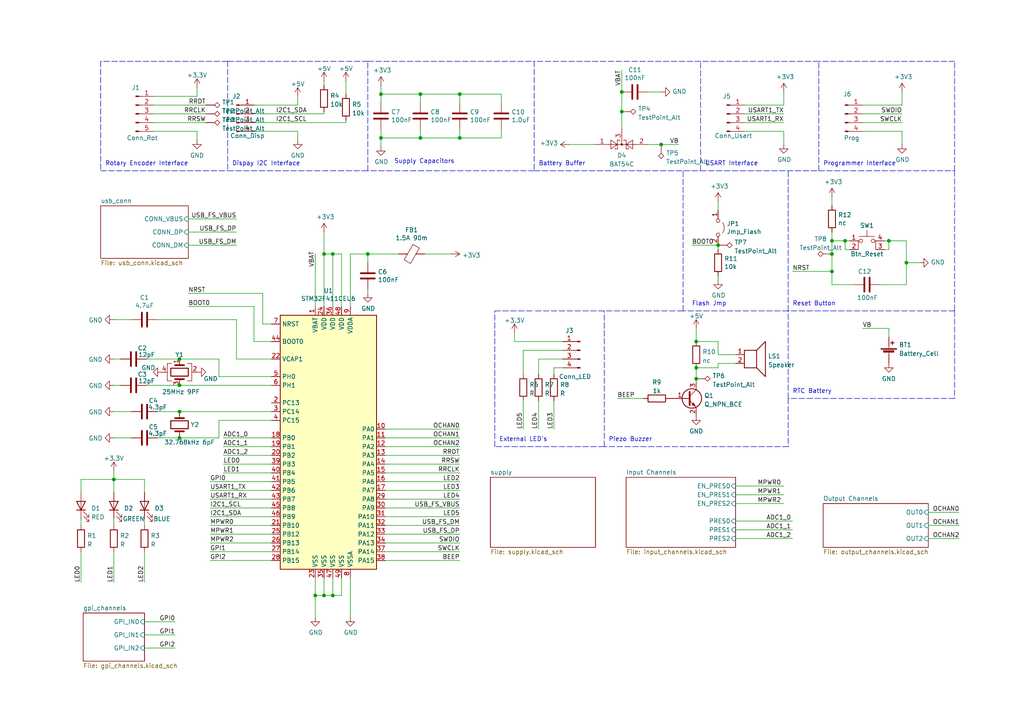
<source format=kicad_sch>
(kicad_sch (version 20211123) (generator eeschema)

  (uuid 949f679f-c6a9-4c5c-99c7-644ace536315)

  (paper "A4")

  (title_block
    (title "FloatPUMP Schematics")
    (date "2022-11-11")
    (rev "1.0")
    (company "robtor.de")
    (comment 1 "Controller board for up to 3 water pumps")
    (comment 2 "measuring capabilities with piezoresistive pressure sensors")
    (comment 3 "sensor input Range 4mA-20mA")
  )

  

  (junction (at 91.44 172.72) (diameter 0) (color 0 0 0 0)
    (uuid 0c1b88cb-a078-4181-b19e-b5625c47d08a)
  )
  (junction (at 96.52 73.66) (diameter 0) (color 0 0 0 0)
    (uuid 1b60fcfc-a270-4122-b967-c7c9c4b63403)
  )
  (junction (at 191.77 41.91) (diameter 0) (color 0 0 0 0)
    (uuid 1c5a68ea-fed7-43b9-a37a-435ca33d5ec4)
  )
  (junction (at 133.35 27.305) (diameter 0) (color 0 0 0 0)
    (uuid 2753d945-ace6-4480-9faf-9137856303ea)
  )
  (junction (at 121.92 40.005) (diameter 0) (color 0 0 0 0)
    (uuid 39d0e9d0-a702-4c04-bc3c-653ef4f0c50e)
  )
  (junction (at 241.3 73.66) (diameter 0) (color 0 0 0 0)
    (uuid 4cd454dd-343a-4999-b869-a7127a4d9978)
  )
  (junction (at 121.92 27.305) (diameter 0) (color 0 0 0 0)
    (uuid 4f94cfba-8412-4c60-a31b-e6d995934dc1)
  )
  (junction (at 96.52 172.72) (diameter 0) (color 0 0 0 0)
    (uuid 5793e5cf-aaeb-41cc-8318-bb2419c1b81f)
  )
  (junction (at 52.07 127) (diameter 0) (color 0 0 0 0)
    (uuid 5a70c532-5383-43bb-b441-21ca36bd2484)
  )
  (junction (at 110.49 40.005) (diameter 0) (color 0 0 0 0)
    (uuid 6f88fca4-4670-437c-9fd1-4ebd76593daa)
  )
  (junction (at 241.3 78.74) (diameter 0) (color 0 0 0 0)
    (uuid 70750f1a-6a6e-4571-87e8-e96d7814c66f)
  )
  (junction (at 201.93 109.855) (diameter 0) (color 0 0 0 0)
    (uuid 9036384e-eee5-4451-b7e7-87842d0d6fca)
  )
  (junction (at 262.89 76.2) (diameter 0) (color 0 0 0 0)
    (uuid 92a2589f-ae05-42af-aab0-9bfaaa2a73f1)
  )
  (junction (at 133.35 40.005) (diameter 0) (color 0 0 0 0)
    (uuid 9569d29f-17d3-40a7-b073-1b7eb9687b43)
  )
  (junction (at 52.07 104.14) (diameter 0) (color 0 0 0 0)
    (uuid 97bd1d07-8f04-442c-80ac-c95cf3f51efe)
  )
  (junction (at 257.81 69.85) (diameter 0) (color 0 0 0 0)
    (uuid 98714d00-b4b5-4379-b4b4-f6e552ad6c97)
  )
  (junction (at 52.07 119.38) (diameter 0) (color 0 0 0 0)
    (uuid a0900619-a580-41eb-9fbb-5149e9a28aef)
  )
  (junction (at 33.02 139.065) (diameter 0) (color 0 0 0 0)
    (uuid a4b63938-0a30-421e-a83e-07ee3a44f405)
  )
  (junction (at 52.07 111.76) (diameter 0) (color 0 0 0 0)
    (uuid a70dc485-cc49-4e1f-b1ec-eb9c56462344)
  )
  (junction (at 245.11 69.85) (diameter 0) (color 0 0 0 0)
    (uuid a783c51a-082f-4856-8a52-660298184bf2)
  )
  (junction (at 180.34 26.67) (diameter 0) (color 0 0 0 0)
    (uuid bf64b8d9-04f8-4bac-906b-3f89e12e5d32)
  )
  (junction (at 201.93 106.68) (diameter 0) (color 0 0 0 0)
    (uuid d85d001d-db06-423e-99e2-d2c9676bf6eb)
  )
  (junction (at 106.68 73.66) (diameter 0) (color 0 0 0 0)
    (uuid dbb72415-af02-4b41-adad-978e86e84f5e)
  )
  (junction (at 208.28 71.12) (diameter 0) (color 0 0 0 0)
    (uuid dc71b394-38ca-4c3c-a2a5-7ef7a670c49b)
  )
  (junction (at 110.49 27.305) (diameter 0) (color 0 0 0 0)
    (uuid dee204e1-3149-4bb4-b821-dbc11df06a18)
  )
  (junction (at 93.98 73.66) (diameter 0) (color 0 0 0 0)
    (uuid ebee7b2d-9f75-4529-9377-97f671d1e3dc)
  )
  (junction (at 201.93 99.06) (diameter 0) (color 0 0 0 0)
    (uuid ec8c2ca1-97d3-4d7c-af64-6cbbbe597d8b)
  )
  (junction (at 93.98 172.72) (diameter 0) (color 0 0 0 0)
    (uuid ed19ccea-cfd8-433f-8938-ca1dd302430c)
  )
  (junction (at 180.34 32.385) (diameter 0) (color 0 0 0 0)
    (uuid f486435c-c972-42e4-8219-35ab13b3a285)
  )
  (junction (at 241.3 69.85) (diameter 0) (color 0 0 0 0)
    (uuid f93f0caf-de38-451e-8ca0-f8175bc6663c)
  )

  (wire (pts (xy 64.77 129.54) (xy 78.74 129.54))
    (stroke (width 0) (type default) (color 0 0 0 0))
    (uuid 011b2a2a-a574-42b5-999f-7ed9d9776a43)
  )
  (polyline (pts (xy 175.26 129.54) (xy 175.26 90.17))
    (stroke (width 0) (type default) (color 0 0 0 0))
    (uuid 01d42531-06ff-458e-91d1-5b96d3f8b385)
  )

  (wire (pts (xy 38.1 119.38) (xy 33.02 119.38))
    (stroke (width 0) (type default) (color 0 0 0 0))
    (uuid 036a7d28-05ab-4651-ba1c-47fa1d863421)
  )
  (wire (pts (xy 73.66 99.06) (xy 73.66 88.9))
    (stroke (width 0) (type default) (color 0 0 0 0))
    (uuid 03a5e9df-cec7-4991-b6d5-c82d388e8d2e)
  )
  (wire (pts (xy 255.27 82.55) (xy 262.89 82.55))
    (stroke (width 0) (type default) (color 0 0 0 0))
    (uuid 062011a8-2b6e-42bc-aa5b-790abf63d348)
  )
  (wire (pts (xy 99.06 73.66) (xy 96.52 73.66))
    (stroke (width 0) (type default) (color 0 0 0 0))
    (uuid 06a42763-2f97-4419-84a6-ef6ea2a60fb4)
  )
  (wire (pts (xy 121.92 27.305) (xy 121.92 29.845))
    (stroke (width 0) (type default) (color 0 0 0 0))
    (uuid 08d4cfaf-b332-40f7-973c-66684e7a54a3)
  )
  (wire (pts (xy 110.49 27.305) (xy 110.49 29.845))
    (stroke (width 0) (type default) (color 0 0 0 0))
    (uuid 0a637dc5-5627-4329-935c-c4f041de6385)
  )
  (wire (pts (xy 93.98 33.02) (xy 93.98 32.385))
    (stroke (width 0) (type default) (color 0 0 0 0))
    (uuid 0bd2a9c0-96d6-44df-80fd-f97264a8b783)
  )
  (wire (pts (xy 52.07 104.14) (xy 42.545 104.14))
    (stroke (width 0) (type default) (color 0 0 0 0))
    (uuid 0c6fff14-bb97-4dc3-9f20-62bec77994c6)
  )
  (wire (pts (xy 78.74 119.38) (xy 52.07 119.38))
    (stroke (width 0) (type default) (color 0 0 0 0))
    (uuid 0e162795-22a7-4501-b03f-b283bb5650d9)
  )
  (wire (pts (xy 201.93 109.855) (xy 201.93 110.49))
    (stroke (width 0) (type default) (color 0 0 0 0))
    (uuid 0f47fb04-026a-4afa-9bfe-15f03def5d6b)
  )
  (wire (pts (xy 149.225 99.06) (xy 163.195 99.06))
    (stroke (width 0) (type default) (color 0 0 0 0))
    (uuid 126099d8-8b2d-4e87-990f-1fb99894d4b1)
  )
  (polyline (pts (xy 106.68 49.53) (xy 106.68 17.78))
    (stroke (width 0) (type default) (color 0 0 0 0))
    (uuid 14d3863a-1c03-4d48-a032-61ae3a0ad5c1)
  )

  (wire (pts (xy 78.74 132.08) (xy 64.77 132.08))
    (stroke (width 0) (type default) (color 0 0 0 0))
    (uuid 152be6bd-f8d6-47e9-9b6b-09485d01579b)
  )
  (wire (pts (xy 93.98 172.72) (xy 91.44 172.72))
    (stroke (width 0) (type default) (color 0 0 0 0))
    (uuid 16e9575c-a847-468f-810e-95497dadeb97)
  )
  (polyline (pts (xy 228.6 115.57) (xy 228.6 129.54))
    (stroke (width 0) (type default) (color 0 0 0 0))
    (uuid 17487b2e-2390-4106-a427-c6c54336dd3f)
  )
  (polyline (pts (xy 228.6 90.17) (xy 198.12 90.17))
    (stroke (width 0) (type default) (color 0 0 0 0))
    (uuid 191311d6-5bf7-47a9-ae1e-6b521cf3ea32)
  )

  (wire (pts (xy 60.96 149.86) (xy 78.74 149.86))
    (stroke (width 0) (type default) (color 0 0 0 0))
    (uuid 196b514b-b3f6-4344-904e-bca015040e93)
  )
  (wire (pts (xy 106.68 83.82) (xy 106.68 85.09))
    (stroke (width 0) (type default) (color 0 0 0 0))
    (uuid 1a8290e9-c445-4b51-b8b0-45fcbf671219)
  )
  (wire (pts (xy 41.91 142.875) (xy 41.91 139.065))
    (stroke (width 0) (type default) (color 0 0 0 0))
    (uuid 1ad7936f-a45d-43a3-8729-3f6ad34b3bbe)
  )
  (wire (pts (xy 208.28 80.01) (xy 208.28 81.28))
    (stroke (width 0) (type default) (color 0 0 0 0))
    (uuid 1b373a0f-a405-4f7c-be0d-0a515d48b205)
  )
  (wire (pts (xy 111.76 127) (xy 133.35 127))
    (stroke (width 0) (type default) (color 0 0 0 0))
    (uuid 1dc46e87-a953-4f20-a4d4-4ecede78d2eb)
  )
  (wire (pts (xy 111.76 157.48) (xy 133.35 157.48))
    (stroke (width 0) (type default) (color 0 0 0 0))
    (uuid 1dd42d41-b809-42ae-b6a5-91ce0f5409f7)
  )
  (wire (pts (xy 100.33 23.495) (xy 100.33 27.305))
    (stroke (width 0) (type default) (color 0 0 0 0))
    (uuid 1e65348d-0394-491b-9696-4c8b7499f309)
  )
  (wire (pts (xy 215.9 35.56) (xy 227.33 35.56))
    (stroke (width 0) (type default) (color 0 0 0 0))
    (uuid 1f4d482a-d80d-48b4-a443-e0ca391c4f86)
  )
  (wire (pts (xy 241.3 69.85) (xy 241.3 73.66))
    (stroke (width 0) (type default) (color 0 0 0 0))
    (uuid 22a0b2d5-d975-4c12-bf03-7470074fed54)
  )
  (wire (pts (xy 96.52 167.64) (xy 96.52 172.72))
    (stroke (width 0) (type default) (color 0 0 0 0))
    (uuid 22f22dbe-16ed-4088-a875-5700f66d16da)
  )
  (wire (pts (xy 241.3 78.74) (xy 229.87 78.74))
    (stroke (width 0) (type default) (color 0 0 0 0))
    (uuid 2400f930-cf6d-41a8-baef-3048725f3a5b)
  )
  (wire (pts (xy 208.28 99.06) (xy 208.28 102.87))
    (stroke (width 0) (type default) (color 0 0 0 0))
    (uuid 268b38a4-5791-4865-b036-a0203f8e626d)
  )
  (wire (pts (xy 163.195 101.6) (xy 151.765 101.6))
    (stroke (width 0) (type default) (color 0 0 0 0))
    (uuid 27394eba-9cc1-4464-8a20-cc6a5fec851e)
  )
  (wire (pts (xy 133.35 40.005) (xy 145.415 40.005))
    (stroke (width 0) (type default) (color 0 0 0 0))
    (uuid 29120252-d73c-4a5c-b87f-011abc045fcf)
  )
  (wire (pts (xy 44.45 27.94) (xy 57.15 27.94))
    (stroke (width 0) (type default) (color 0 0 0 0))
    (uuid 2a745fcb-09cd-409b-a911-81fd22f368af)
  )
  (wire (pts (xy 41.91 187.96) (xy 50.8 187.96))
    (stroke (width 0) (type default) (color 0 0 0 0))
    (uuid 2abcf069-19de-44b8-a6b8-4d5ee2f7d656)
  )
  (wire (pts (xy 256.54 72.39) (xy 257.81 72.39))
    (stroke (width 0) (type default) (color 0 0 0 0))
    (uuid 2d1e4280-a040-4477-a027-a20dfcfdced1)
  )
  (wire (pts (xy 111.76 160.02) (xy 133.35 160.02))
    (stroke (width 0) (type default) (color 0 0 0 0))
    (uuid 2e15e8aa-7905-4170-bb81-958c9c2c74db)
  )
  (wire (pts (xy 52.07 111.76) (xy 42.545 111.76))
    (stroke (width 0) (type default) (color 0 0 0 0))
    (uuid 2e2ea9dc-2e78-48b2-a918-779655a2f4bb)
  )
  (wire (pts (xy 111.76 147.32) (xy 133.35 147.32))
    (stroke (width 0) (type default) (color 0 0 0 0))
    (uuid 2e4f3627-f43e-4331-8ab0-f5d657fd4ada)
  )
  (polyline (pts (xy 66.04 17.78) (xy 29.21 17.78))
    (stroke (width 0) (type default) (color 0 0 0 0))
    (uuid 2e6a35eb-6636-4c39-9b2b-0859e1c94ec8)
  )
  (polyline (pts (xy 66.04 49.53) (xy 106.68 49.53))
    (stroke (width 0) (type default) (color 0 0 0 0))
    (uuid 3010d011-eabc-4cec-b667-b7b1111e3ea0)
  )

  (wire (pts (xy 250.19 33.02) (xy 261.62 33.02))
    (stroke (width 0) (type default) (color 0 0 0 0))
    (uuid 30260a6a-a0b0-4b42-95c3-26be610ecc3e)
  )
  (wire (pts (xy 156.21 116.205) (xy 156.21 124.46))
    (stroke (width 0) (type default) (color 0 0 0 0))
    (uuid 303ae7a7-4a06-4b35-a5ee-99b6d0ccce36)
  )
  (wire (pts (xy 33.02 111.76) (xy 34.925 111.76))
    (stroke (width 0) (type default) (color 0 0 0 0))
    (uuid 30c2d75b-0aa4-4c8b-abd3-15a8940150c1)
  )
  (wire (pts (xy 23.495 142.875) (xy 23.495 139.065))
    (stroke (width 0) (type default) (color 0 0 0 0))
    (uuid 30c6d872-e47d-4ced-8e4c-2dd7b663d734)
  )
  (wire (pts (xy 133.35 27.305) (xy 121.92 27.305))
    (stroke (width 0) (type default) (color 0 0 0 0))
    (uuid 31ddafb9-61de-4674-b559-9e8bd04c8807)
  )
  (wire (pts (xy 201.93 99.06) (xy 208.28 99.06))
    (stroke (width 0) (type default) (color 0 0 0 0))
    (uuid 32a972fc-0c88-44e2-804d-656cd9a1d817)
  )
  (polyline (pts (xy 154.94 49.53) (xy 106.68 49.53))
    (stroke (width 0) (type default) (color 0 0 0 0))
    (uuid 32b4cc52-0f7d-4657-a812-f0ec32bb962f)
  )

  (wire (pts (xy 133.35 37.465) (xy 133.35 40.005))
    (stroke (width 0) (type default) (color 0 0 0 0))
    (uuid 339df927-10f1-44cb-aa5f-82bfd46240c7)
  )
  (wire (pts (xy 78.74 144.78) (xy 60.96 144.78))
    (stroke (width 0) (type default) (color 0 0 0 0))
    (uuid 35e191e7-0681-4caa-ab56-bca67244817b)
  )
  (polyline (pts (xy 143.51 90.17) (xy 154.94 90.17))
    (stroke (width 0) (type default) (color 0 0 0 0))
    (uuid 361b2945-3ddb-479e-87ba-da3a8981f58f)
  )

  (wire (pts (xy 78.74 139.7) (xy 60.96 139.7))
    (stroke (width 0) (type default) (color 0 0 0 0))
    (uuid 375fb2af-999a-47fb-b314-c5ed0dda8fca)
  )
  (wire (pts (xy 123.19 73.66) (xy 130.81 73.66))
    (stroke (width 0) (type default) (color 0 0 0 0))
    (uuid 398e575e-ffcc-47d3-99bb-d2398359704a)
  )
  (wire (pts (xy 160.655 106.68) (xy 160.655 108.585))
    (stroke (width 0) (type default) (color 0 0 0 0))
    (uuid 3a1fc013-e799-4688-ae20-2bbf502da68b)
  )
  (wire (pts (xy 246.38 72.39) (xy 245.11 72.39))
    (stroke (width 0) (type default) (color 0 0 0 0))
    (uuid 3a2c26a3-70bf-4ff7-a25f-6ff112d26092)
  )
  (wire (pts (xy 250.19 30.48) (xy 261.62 30.48))
    (stroke (width 0) (type default) (color 0 0 0 0))
    (uuid 3a77ad2c-5616-4b44-93df-e454912b8b77)
  )
  (wire (pts (xy 111.76 124.46) (xy 133.35 124.46))
    (stroke (width 0) (type default) (color 0 0 0 0))
    (uuid 3bb1b200-9bd3-4ca2-a3fe-ceac65ba2f22)
  )
  (wire (pts (xy 151.765 116.205) (xy 151.765 124.46))
    (stroke (width 0) (type default) (color 0 0 0 0))
    (uuid 3c68ad2c-9010-4ef7-bedd-f009382cb08f)
  )
  (wire (pts (xy 257.81 69.85) (xy 262.89 69.85))
    (stroke (width 0) (type default) (color 0 0 0 0))
    (uuid 3e13f1dc-d2b3-4f0a-8b6b-f58d1a30c831)
  )
  (wire (pts (xy 250.19 95.25) (xy 257.81 95.25))
    (stroke (width 0) (type default) (color 0 0 0 0))
    (uuid 3eff4e29-2225-4c7e-8279-6d6efa2d67e4)
  )
  (wire (pts (xy 247.65 82.55) (xy 241.3 82.55))
    (stroke (width 0) (type default) (color 0 0 0 0))
    (uuid 3f407738-52f9-487e-96ff-574567b43890)
  )
  (wire (pts (xy 45.72 92.71) (xy 68.58 92.71))
    (stroke (width 0) (type default) (color 0 0 0 0))
    (uuid 400b7b23-e399-48ba-af02-3f8bdfca3c55)
  )
  (wire (pts (xy 111.76 129.54) (xy 133.35 129.54))
    (stroke (width 0) (type default) (color 0 0 0 0))
    (uuid 4015be1a-c6e1-42db-af6f-c161f489ea1f)
  )
  (wire (pts (xy 33.02 160.02) (xy 33.02 168.91))
    (stroke (width 0) (type default) (color 0 0 0 0))
    (uuid 4118162d-0e05-4908-9a1f-c7016575bccb)
  )
  (polyline (pts (xy 29.21 17.78) (xy 29.21 49.53))
    (stroke (width 0) (type default) (color 0 0 0 0))
    (uuid 41b6e1ba-5c99-4fd7-9c65-c4fb07c70188)
  )

  (wire (pts (xy 191.77 41.91) (xy 196.85 41.91))
    (stroke (width 0) (type default) (color 0 0 0 0))
    (uuid 424267dd-6303-4018-aae0-34d62814fcba)
  )
  (wire (pts (xy 99.06 167.64) (xy 99.06 172.72))
    (stroke (width 0) (type default) (color 0 0 0 0))
    (uuid 424d7750-ddcd-4f41-93ea-a6761834f91c)
  )
  (wire (pts (xy 213.36 140.97) (xy 227.33 140.97))
    (stroke (width 0) (type default) (color 0 0 0 0))
    (uuid 438c390e-2817-4262-9bb8-264a62f66854)
  )
  (wire (pts (xy 111.76 137.16) (xy 133.35 137.16))
    (stroke (width 0) (type default) (color 0 0 0 0))
    (uuid 4390a55c-a8f9-4caf-a838-233bb3ce27aa)
  )
  (wire (pts (xy 241.3 73.66) (xy 241.3 78.74))
    (stroke (width 0) (type default) (color 0 0 0 0))
    (uuid 43951137-b2ae-4c0a-b786-c0130baa43cf)
  )
  (wire (pts (xy 68.58 104.14) (xy 78.74 104.14))
    (stroke (width 0) (type default) (color 0 0 0 0))
    (uuid 43c49596-4b82-4ee2-b1be-2aafb6486920)
  )
  (wire (pts (xy 96.52 88.9) (xy 96.52 73.66))
    (stroke (width 0) (type default) (color 0 0 0 0))
    (uuid 4444fd17-a409-4254-92e6-9a69f5880d89)
  )
  (wire (pts (xy 180.34 26.67) (xy 180.34 20.32))
    (stroke (width 0) (type default) (color 0 0 0 0))
    (uuid 44ca684d-985e-45fb-a22b-01e29383cba4)
  )
  (wire (pts (xy 269.24 152.4) (xy 278.13 152.4))
    (stroke (width 0) (type default) (color 0 0 0 0))
    (uuid 44f02c76-ffc0-47e0-9779-2d79a58ff9cf)
  )
  (wire (pts (xy 208.28 58.42) (xy 208.28 60.96))
    (stroke (width 0) (type default) (color 0 0 0 0))
    (uuid 45f77cbe-76c9-4770-945d-6ce9f436791e)
  )
  (polyline (pts (xy 276.86 49.53) (xy 276.86 17.78))
    (stroke (width 0) (type default) (color 0 0 0 0))
    (uuid 4738ad5c-de7a-450c-a864-83a693566efb)
  )
  (polyline (pts (xy 154.94 49.53) (xy 203.2 49.53))
    (stroke (width 0) (type default) (color 0 0 0 0))
    (uuid 4cf2a8ea-f147-45e1-b905-8e01e3488a54)
  )

  (wire (pts (xy 52.07 119.38) (xy 45.72 119.38))
    (stroke (width 0) (type default) (color 0 0 0 0))
    (uuid 4d42688d-59c9-41ed-af68-2d906566e68c)
  )
  (wire (pts (xy 23.495 160.02) (xy 23.495 168.91))
    (stroke (width 0) (type default) (color 0 0 0 0))
    (uuid 4d4de7d2-6a8b-425f-a4ad-2111507b5618)
  )
  (wire (pts (xy 208.28 71.12) (xy 200.66 71.12))
    (stroke (width 0) (type default) (color 0 0 0 0))
    (uuid 4d79ec2b-2fc9-4ba1-b93a-d630912470a0)
  )
  (wire (pts (xy 34.925 104.14) (xy 33.02 104.14))
    (stroke (width 0) (type default) (color 0 0 0 0))
    (uuid 4e0ac502-331a-4340-82b9-dd8d8cee49d0)
  )
  (wire (pts (xy 227.33 38.1) (xy 227.33 41.91))
    (stroke (width 0) (type default) (color 0 0 0 0))
    (uuid 4fddd78f-1b0d-4365-b740-2df7595c3522)
  )
  (wire (pts (xy 156.21 104.14) (xy 156.21 108.585))
    (stroke (width 0) (type default) (color 0 0 0 0))
    (uuid 505d5465-5d3c-4c20-a903-bb9f0614c27d)
  )
  (wire (pts (xy 111.76 142.24) (xy 133.35 142.24))
    (stroke (width 0) (type default) (color 0 0 0 0))
    (uuid 507dbcec-13ef-491c-9e13-750ae5d08786)
  )
  (polyline (pts (xy 175.26 129.54) (xy 143.51 129.54))
    (stroke (width 0) (type default) (color 0 0 0 0))
    (uuid 51bbc616-36a1-464c-9200-0d0c8edfe960)
  )

  (wire (pts (xy 64.77 137.16) (xy 78.74 137.16))
    (stroke (width 0) (type default) (color 0 0 0 0))
    (uuid 51d162f7-2e8a-4bc7-88c1-e6c065d4b161)
  )
  (polyline (pts (xy 106.68 17.78) (xy 154.94 17.78))
    (stroke (width 0) (type default) (color 0 0 0 0))
    (uuid 55438888-edf4-4cf0-83da-f060d3938df2)
  )

  (wire (pts (xy 262.89 69.85) (xy 262.89 76.2))
    (stroke (width 0) (type default) (color 0 0 0 0))
    (uuid 55587dc1-052d-440c-a761-29091bbb6f2b)
  )
  (wire (pts (xy 163.195 106.68) (xy 160.655 106.68))
    (stroke (width 0) (type default) (color 0 0 0 0))
    (uuid 56073852-e094-44c0-abb8-63498ed962c1)
  )
  (wire (pts (xy 213.36 151.13) (xy 229.87 151.13))
    (stroke (width 0) (type default) (color 0 0 0 0))
    (uuid 5651f317-a2b7-4f02-bafd-3ed49b106af9)
  )
  (wire (pts (xy 111.76 134.62) (xy 133.35 134.62))
    (stroke (width 0) (type default) (color 0 0 0 0))
    (uuid 5675cbe2-6193-4193-a086-51fe846aeda2)
  )
  (wire (pts (xy 145.415 37.465) (xy 145.415 40.005))
    (stroke (width 0) (type default) (color 0 0 0 0))
    (uuid 57dab67d-73b5-4fcb-901b-a69051e35364)
  )
  (wire (pts (xy 76.2 93.98) (xy 76.2 85.09))
    (stroke (width 0) (type default) (color 0 0 0 0))
    (uuid 57fd891c-135f-4c54-af0d-9ea73edf736e)
  )
  (wire (pts (xy 227.33 30.48) (xy 227.33 26.67))
    (stroke (width 0) (type default) (color 0 0 0 0))
    (uuid 58170f19-2867-4e92-aef8-b013ab60ff8b)
  )
  (wire (pts (xy 241.3 57.15) (xy 241.3 59.69))
    (stroke (width 0) (type default) (color 0 0 0 0))
    (uuid 58a18d69-fc34-46c3-b57c-2e4d5b6313a2)
  )
  (wire (pts (xy 151.765 101.6) (xy 151.765 108.585))
    (stroke (width 0) (type default) (color 0 0 0 0))
    (uuid 5ab5fc39-d119-4939-b187-6241bdd9350c)
  )
  (polyline (pts (xy 106.68 17.78) (xy 66.04 17.78))
    (stroke (width 0) (type default) (color 0 0 0 0))
    (uuid 5be033f5-9678-4b75-be3b-55853d81c4f8)
  )

  (wire (pts (xy 121.92 27.305) (xy 110.49 27.305))
    (stroke (width 0) (type default) (color 0 0 0 0))
    (uuid 5c2af2de-18cd-439f-b9b8-856093f4e3ac)
  )
  (wire (pts (xy 241.3 78.74) (xy 241.3 82.55))
    (stroke (width 0) (type default) (color 0 0 0 0))
    (uuid 5d9a5990-dcf8-486e-bfb6-30d6c0b34192)
  )
  (wire (pts (xy 63.5 104.14) (xy 52.07 104.14))
    (stroke (width 0) (type default) (color 0 0 0 0))
    (uuid 5e1d9c1f-58d3-41cd-9eb4-fb2ae3a4b10c)
  )
  (wire (pts (xy 215.9 30.48) (xy 227.33 30.48))
    (stroke (width 0) (type default) (color 0 0 0 0))
    (uuid 5e2838cc-acd7-4c51-bc18-f5f97bf524d9)
  )
  (polyline (pts (xy 29.21 49.53) (xy 66.04 49.53))
    (stroke (width 0) (type default) (color 0 0 0 0))
    (uuid 5fe5e54d-1eb6-4f0a-a978-61e0039cfbf1)
  )

  (wire (pts (xy 63.5 109.22) (xy 63.5 104.14))
    (stroke (width 0) (type default) (color 0 0 0 0))
    (uuid 613967c9-6a2a-45ae-bf78-98e4612f5d55)
  )
  (wire (pts (xy 101.6 88.9) (xy 101.6 73.66))
    (stroke (width 0) (type default) (color 0 0 0 0))
    (uuid 618c3501-0e3a-49e5-8b16-1ffee4adee40)
  )
  (wire (pts (xy 213.36 156.21) (xy 229.87 156.21))
    (stroke (width 0) (type default) (color 0 0 0 0))
    (uuid 62b8cb17-877a-45b0-821a-c147661d06ec)
  )
  (wire (pts (xy 241.3 69.85) (xy 245.11 69.85))
    (stroke (width 0) (type default) (color 0 0 0 0))
    (uuid 62d616c4-a645-4785-83f4-e7b9176541bd)
  )
  (wire (pts (xy 262.89 76.2) (xy 266.7 76.2))
    (stroke (width 0) (type default) (color 0 0 0 0))
    (uuid 63c78302-c24d-424c-9283-52ae93200987)
  )
  (wire (pts (xy 63.5 121.92) (xy 63.5 127))
    (stroke (width 0) (type default) (color 0 0 0 0))
    (uuid 65a211f6-d005-41c5-aeb4-31d7e06acfc2)
  )
  (wire (pts (xy 64.77 134.62) (xy 78.74 134.62))
    (stroke (width 0) (type default) (color 0 0 0 0))
    (uuid 68877676-f185-4ce5-994a-3e7cd8c4b619)
  )
  (wire (pts (xy 111.76 152.4) (xy 133.35 152.4))
    (stroke (width 0) (type default) (color 0 0 0 0))
    (uuid 69502565-c8b7-43eb-99e0-3580594b1098)
  )
  (wire (pts (xy 201.93 106.68) (xy 201.93 109.855))
    (stroke (width 0) (type default) (color 0 0 0 0))
    (uuid 69ab2ff6-8d0a-4e41-8e1a-1caf0870f3b7)
  )
  (wire (pts (xy 201.93 95.25) (xy 201.93 99.06))
    (stroke (width 0) (type default) (color 0 0 0 0))
    (uuid 6c7d8008-17da-4be5-b57e-dfb877a7ef32)
  )
  (wire (pts (xy 121.92 37.465) (xy 121.92 40.005))
    (stroke (width 0) (type default) (color 0 0 0 0))
    (uuid 6ce9cb44-7b50-4bf3-98c7-6ca59e7305b2)
  )
  (wire (pts (xy 145.415 29.845) (xy 145.415 27.305))
    (stroke (width 0) (type default) (color 0 0 0 0))
    (uuid 6dd36aa5-6a60-4752-8a21-1772effb9f07)
  )
  (polyline (pts (xy 276.86 17.78) (xy 237.49 17.78))
    (stroke (width 0) (type default) (color 0 0 0 0))
    (uuid 6fd2b7a8-9e41-4aa1-88b4-f9ee307d1b4b)
  )

  (wire (pts (xy 78.74 111.76) (xy 52.07 111.76))
    (stroke (width 0) (type default) (color 0 0 0 0))
    (uuid 715db6a8-aaa0-46b4-addd-972ee71b75dc)
  )
  (wire (pts (xy 110.49 37.465) (xy 110.49 40.005))
    (stroke (width 0) (type default) (color 0 0 0 0))
    (uuid 71b00c47-caef-48f6-91be-7f1855a1e2c0)
  )
  (wire (pts (xy 111.76 132.08) (xy 133.35 132.08))
    (stroke (width 0) (type default) (color 0 0 0 0))
    (uuid 72cc00e4-7e53-46d8-858f-e435f5b37f05)
  )
  (wire (pts (xy 201.93 106.68) (xy 208.28 106.68))
    (stroke (width 0) (type default) (color 0 0 0 0))
    (uuid 743fef08-4881-4afb-adde-ee5bd2198117)
  )
  (wire (pts (xy 241.3 67.31) (xy 241.3 69.85))
    (stroke (width 0) (type default) (color 0 0 0 0))
    (uuid 748c549b-7c57-462b-9f39-c28eb0045225)
  )
  (wire (pts (xy 215.9 38.1) (xy 227.33 38.1))
    (stroke (width 0) (type default) (color 0 0 0 0))
    (uuid 74d4a3c7-cc41-4e0e-b616-9fc3c358b2ae)
  )
  (wire (pts (xy 121.92 40.005) (xy 110.49 40.005))
    (stroke (width 0) (type default) (color 0 0 0 0))
    (uuid 752a7bdc-59a7-4a9e-ae9b-a35465dc8e0c)
  )
  (wire (pts (xy 93.98 88.9) (xy 93.98 73.66))
    (stroke (width 0) (type default) (color 0 0 0 0))
    (uuid 75594c3c-e55b-4454-809c-0a72aa43af83)
  )
  (wire (pts (xy 213.36 153.67) (xy 229.87 153.67))
    (stroke (width 0) (type default) (color 0 0 0 0))
    (uuid 769aead0-25d0-4594-84cb-d6b74ceb8cd8)
  )
  (wire (pts (xy 23.495 139.065) (xy 33.02 139.065))
    (stroke (width 0) (type default) (color 0 0 0 0))
    (uuid 78ce4bcf-16dc-4d77-99b5-ce1b3e6d1d63)
  )
  (wire (pts (xy 261.62 30.48) (xy 261.62 26.67))
    (stroke (width 0) (type default) (color 0 0 0 0))
    (uuid 78f1b9a8-ca0e-4e8c-91b8-a46bcfebec64)
  )
  (wire (pts (xy 73.66 88.9) (xy 54.61 88.9))
    (stroke (width 0) (type default) (color 0 0 0 0))
    (uuid 7c20a18a-318c-4e79-afcf-a3e87eb69a53)
  )
  (wire (pts (xy 99.06 172.72) (xy 96.52 172.72))
    (stroke (width 0) (type default) (color 0 0 0 0))
    (uuid 7ee436ac-423d-4d29-90ad-39fdc300fae0)
  )
  (wire (pts (xy 68.58 92.71) (xy 68.58 104.14))
    (stroke (width 0) (type default) (color 0 0 0 0))
    (uuid 837370a5-1290-49d7-96e4-d4c2412ac873)
  )
  (wire (pts (xy 96.52 172.72) (xy 93.98 172.72))
    (stroke (width 0) (type default) (color 0 0 0 0))
    (uuid 84a2320f-8ad9-4501-8628-7ca6e418f956)
  )
  (wire (pts (xy 179.07 115.57) (xy 186.69 115.57))
    (stroke (width 0) (type default) (color 0 0 0 0))
    (uuid 87cf9f49-2322-4621-91eb-11035c4cedf8)
  )
  (wire (pts (xy 133.35 40.005) (xy 121.92 40.005))
    (stroke (width 0) (type default) (color 0 0 0 0))
    (uuid 88c7d4ef-4a81-4ff0-8236-354227632382)
  )
  (wire (pts (xy 160.655 116.205) (xy 160.655 124.46))
    (stroke (width 0) (type default) (color 0 0 0 0))
    (uuid 8afd873f-9a06-4b39-ab04-49f0059f061b)
  )
  (wire (pts (xy 41.91 184.15) (xy 50.8 184.15))
    (stroke (width 0) (type default) (color 0 0 0 0))
    (uuid 8b4e071f-9509-4780-a465-03d34bc67608)
  )
  (wire (pts (xy 78.74 109.22) (xy 63.5 109.22))
    (stroke (width 0) (type default) (color 0 0 0 0))
    (uuid 8b558919-c46d-47f8-bf42-0c0ee86f63f0)
  )
  (wire (pts (xy 111.76 139.7) (xy 133.35 139.7))
    (stroke (width 0) (type default) (color 0 0 0 0))
    (uuid 8bf90929-6d2d-4a79-b1a1-138fa542533a)
  )
  (polyline (pts (xy 154.94 17.78) (xy 154.94 49.53))
    (stroke (width 0) (type default) (color 0 0 0 0))
    (uuid 8d77d4ce-5809-4e16-9db8-9d8672ed5276)
  )

  (wire (pts (xy 73.66 38.1) (xy 86.36 38.1))
    (stroke (width 0) (type default) (color 0 0 0 0))
    (uuid 8d858d92-08ba-438f-a480-02393eb30c20)
  )
  (wire (pts (xy 245.11 72.39) (xy 245.11 69.85))
    (stroke (width 0) (type default) (color 0 0 0 0))
    (uuid 8e9c4a43-8462-408b-bdf7-8c2daf48a9a0)
  )
  (polyline (pts (xy 237.49 17.78) (xy 203.2 17.78))
    (stroke (width 0) (type default) (color 0 0 0 0))
    (uuid 8f2ebcdd-5322-432c-8de8-6f6fa3726577)
  )

  (wire (pts (xy 86.36 38.1) (xy 86.36 40.64))
    (stroke (width 0) (type default) (color 0 0 0 0))
    (uuid 8f733a2c-4b86-4934-a2e4-283803e72b72)
  )
  (wire (pts (xy 91.44 172.72) (xy 91.44 167.64))
    (stroke (width 0) (type default) (color 0 0 0 0))
    (uuid 911ef457-a362-4278-aeb0-e20b4bb95f57)
  )
  (wire (pts (xy 76.2 85.09) (xy 54.61 85.09))
    (stroke (width 0) (type default) (color 0 0 0 0))
    (uuid 91e5eec5-ba86-4de8-8306-b82359e84f0b)
  )
  (wire (pts (xy 111.76 149.86) (xy 133.35 149.86))
    (stroke (width 0) (type default) (color 0 0 0 0))
    (uuid 93be490e-4a1a-433c-b296-e5201b30adb1)
  )
  (polyline (pts (xy 237.49 49.53) (xy 237.49 17.78))
    (stroke (width 0) (type default) (color 0 0 0 0))
    (uuid 95462dda-11ce-48d0-b7d6-002ca6ca715a)
  )

  (wire (pts (xy 78.74 154.94) (xy 60.96 154.94))
    (stroke (width 0) (type default) (color 0 0 0 0))
    (uuid 95c0b30a-014d-4809-9e39-76cfd21137e8)
  )
  (wire (pts (xy 44.45 33.02) (xy 59.69 33.02))
    (stroke (width 0) (type default) (color 0 0 0 0))
    (uuid 95d61b58-2fd5-43ab-bfd4-cc233f0800db)
  )
  (wire (pts (xy 269.24 156.21) (xy 278.13 156.21))
    (stroke (width 0) (type default) (color 0 0 0 0))
    (uuid 95fa23fd-11b6-43e1-a7ba-9d9bca32c40b)
  )
  (wire (pts (xy 38.1 92.71) (xy 33.02 92.71))
    (stroke (width 0) (type default) (color 0 0 0 0))
    (uuid 964c3381-2dfe-4f42-9493-7645015217dd)
  )
  (wire (pts (xy 33.02 127) (xy 38.1 127))
    (stroke (width 0) (type default) (color 0 0 0 0))
    (uuid 98d42198-ed3b-4bf0-8e91-cbf5646f19a6)
  )
  (wire (pts (xy 93.98 73.66) (xy 93.98 67.31))
    (stroke (width 0) (type default) (color 0 0 0 0))
    (uuid 990602b7-cde7-45dc-92b8-b9c7bf4dd7ac)
  )
  (wire (pts (xy 93.98 167.64) (xy 93.98 172.72))
    (stroke (width 0) (type default) (color 0 0 0 0))
    (uuid 99979f31-c85d-4c90-81ff-676e69fef161)
  )
  (wire (pts (xy 86.36 27.94) (xy 86.36 30.48))
    (stroke (width 0) (type default) (color 0 0 0 0))
    (uuid 9a8e5ffa-9aed-471c-a8e6-a636cf083f34)
  )
  (wire (pts (xy 106.68 76.2) (xy 106.68 73.66))
    (stroke (width 0) (type default) (color 0 0 0 0))
    (uuid 9b08aa48-fde9-4f0c-abdd-7ab3f00ef3e0)
  )
  (wire (pts (xy 149.225 96.52) (xy 149.225 99.06))
    (stroke (width 0) (type default) (color 0 0 0 0))
    (uuid 9b20bafc-d645-4d67-9a2c-e2d16646bed8)
  )
  (wire (pts (xy 78.74 162.56) (xy 60.96 162.56))
    (stroke (width 0) (type default) (color 0 0 0 0))
    (uuid 9b37b30a-3649-4363-8875-f3fb5ec17e65)
  )
  (wire (pts (xy 215.9 33.02) (xy 227.33 33.02))
    (stroke (width 0) (type default) (color 0 0 0 0))
    (uuid 9c1e6565-7a7a-4067-bbd0-872c0268b742)
  )
  (wire (pts (xy 163.195 104.14) (xy 156.21 104.14))
    (stroke (width 0) (type default) (color 0 0 0 0))
    (uuid 9cc9d3c8-ba88-40da-9425-3b87aa46e513)
  )
  (wire (pts (xy 133.35 29.845) (xy 133.35 27.305))
    (stroke (width 0) (type default) (color 0 0 0 0))
    (uuid 9d5e6a18-8b3a-47d4-b855-1b2ca215c734)
  )
  (polyline (pts (xy 198.12 90.17) (xy 198.12 49.53))
    (stroke (width 0) (type default) (color 0 0 0 0))
    (uuid 9ecc751b-0606-4a8f-9372-63a5cb28ad4e)
  )

  (wire (pts (xy 262.89 76.2) (xy 262.89 82.55))
    (stroke (width 0) (type default) (color 0 0 0 0))
    (uuid a05ced30-092c-475f-857c-28f2ada8a95d)
  )
  (polyline (pts (xy 276.86 49.53) (xy 276.86 90.17))
    (stroke (width 0) (type default) (color 0 0 0 0))
    (uuid a0735468-fe8c-4d1d-8469-a88cd0829ac1)
  )

  (wire (pts (xy 54.61 71.12) (xy 68.58 71.12))
    (stroke (width 0) (type default) (color 0 0 0 0))
    (uuid a2a8943b-bcd6-4326-88ce-86d550232544)
  )
  (wire (pts (xy 257.81 72.39) (xy 257.81 69.85))
    (stroke (width 0) (type default) (color 0 0 0 0))
    (uuid a39ab296-84d3-4532-bfd3-0d85d70b622d)
  )
  (wire (pts (xy 180.34 32.385) (xy 180.34 36.83))
    (stroke (width 0) (type default) (color 0 0 0 0))
    (uuid a6b1970e-7fb2-4104-ae0a-e27cd049864d)
  )
  (wire (pts (xy 78.74 93.98) (xy 76.2 93.98))
    (stroke (width 0) (type default) (color 0 0 0 0))
    (uuid a89c8429-59bb-42fc-bc75-babaaeef03d9)
  )
  (wire (pts (xy 257.81 97.79) (xy 257.81 95.25))
    (stroke (width 0) (type default) (color 0 0 0 0))
    (uuid a9a9a4b6-8a0f-441d-b901-b6be940df615)
  )
  (wire (pts (xy 73.66 30.48) (xy 86.36 30.48))
    (stroke (width 0) (type default) (color 0 0 0 0))
    (uuid aa3fb47d-c127-41e0-acc4-dce6b0c86d5f)
  )
  (wire (pts (xy 63.5 127) (xy 52.07 127))
    (stroke (width 0) (type default) (color 0 0 0 0))
    (uuid ab6d145b-8b2c-4b78-9fa4-d11fb96ed0e4)
  )
  (wire (pts (xy 57.15 38.1) (xy 57.15 40.64))
    (stroke (width 0) (type default) (color 0 0 0 0))
    (uuid adbff9ca-1914-4369-8ccd-4dec08f28a8e)
  )
  (polyline (pts (xy 228.6 90.17) (xy 228.6 49.53))
    (stroke (width 0) (type default) (color 0 0 0 0))
    (uuid add543ca-adad-4f14-9c6f-90093a2e4561)
  )

  (wire (pts (xy 100.33 35.56) (xy 100.33 34.925))
    (stroke (width 0) (type default) (color 0 0 0 0))
    (uuid ae573e88-cf0e-42aa-83ce-8bd94150ded4)
  )
  (wire (pts (xy 256.54 69.85) (xy 257.81 69.85))
    (stroke (width 0) (type default) (color 0 0 0 0))
    (uuid af6725f5-c846-41f8-b609-4d0d39f7a149)
  )
  (polyline (pts (xy 228.6 115.57) (xy 228.6 90.17))
    (stroke (width 0) (type default) (color 0 0 0 0))
    (uuid b0dad422-ee01-40cf-9bf3-b9abe86989a0)
  )

  (wire (pts (xy 250.19 35.56) (xy 261.62 35.56))
    (stroke (width 0) (type default) (color 0 0 0 0))
    (uuid b12b8d6d-075d-4ebe-8821-613f22e76050)
  )
  (wire (pts (xy 60.96 160.02) (xy 78.74 160.02))
    (stroke (width 0) (type default) (color 0 0 0 0))
    (uuid b27f8d6a-5c79-4388-b709-4ee534ab4242)
  )
  (polyline (pts (xy 198.12 90.17) (xy 154.94 90.17))
    (stroke (width 0) (type default) (color 0 0 0 0))
    (uuid b401eecd-f8bd-4e64-8d28-37b75cfe8ca1)
  )
  (polyline (pts (xy 276.86 90.17) (xy 228.6 90.17))
    (stroke (width 0) (type default) (color 0 0 0 0))
    (uuid b6056db1-1452-4b70-b01d-a7ba36c5259e)
  )

  (wire (pts (xy 111.76 154.94) (xy 133.35 154.94))
    (stroke (width 0) (type default) (color 0 0 0 0))
    (uuid b7bf21d8-635b-4ba8-931a-f395d90500b3)
  )
  (polyline (pts (xy 66.04 17.78) (xy 66.04 49.53))
    (stroke (width 0) (type default) (color 0 0 0 0))
    (uuid b8414c94-63de-4156-a96e-3fc44e986736)
  )
  (polyline (pts (xy 228.6 129.54) (xy 175.26 129.54))
    (stroke (width 0) (type default) (color 0 0 0 0))
    (uuid b94aeef8-cd3f-4340-9ae1-82d3bb739012)
  )

  (wire (pts (xy 91.44 88.9) (xy 91.44 73.66))
    (stroke (width 0) (type default) (color 0 0 0 0))
    (uuid bb1bb570-2a1a-4394-a465-3e3f93b04bc3)
  )
  (wire (pts (xy 96.52 73.66) (xy 93.98 73.66))
    (stroke (width 0) (type default) (color 0 0 0 0))
    (uuid bc1861f3-bc7f-47c2-9f68-a672fe4e27e5)
  )
  (wire (pts (xy 41.91 150.495) (xy 41.91 152.4))
    (stroke (width 0) (type default) (color 0 0 0 0))
    (uuid bc1cd474-ad2d-4d09-84b6-2427b03dddd2)
  )
  (wire (pts (xy 250.19 38.1) (xy 261.62 38.1))
    (stroke (width 0) (type default) (color 0 0 0 0))
    (uuid bc47ce52-222c-47cd-ad64-1775f2c90d97)
  )
  (wire (pts (xy 110.49 27.305) (xy 110.49 24.765))
    (stroke (width 0) (type default) (color 0 0 0 0))
    (uuid bc776d57-ec50-4332-bcea-30cfae22cb9c)
  )
  (wire (pts (xy 99.06 88.9) (xy 99.06 73.66))
    (stroke (width 0) (type default) (color 0 0 0 0))
    (uuid bcb24732-4854-4f1c-8c63-7ed38b9499fe)
  )
  (wire (pts (xy 208.28 72.39) (xy 208.28 71.12))
    (stroke (width 0) (type default) (color 0 0 0 0))
    (uuid bf9c2abc-32bf-4026-9f6c-082d75f3024c)
  )
  (wire (pts (xy 110.49 40.005) (xy 110.49 42.545))
    (stroke (width 0) (type default) (color 0 0 0 0))
    (uuid c138df99-414c-43c1-acb2-f07d1bf70c11)
  )
  (polyline (pts (xy 203.2 49.53) (xy 237.49 49.53))
    (stroke (width 0) (type default) (color 0 0 0 0))
    (uuid c6af4135-16c4-4238-ad8c-249231c54888)
  )

  (wire (pts (xy 111.76 162.56) (xy 133.35 162.56))
    (stroke (width 0) (type default) (color 0 0 0 0))
    (uuid c711a49a-c2e7-4fe7-a5e9-375f5e64d2bc)
  )
  (wire (pts (xy 44.45 38.1) (xy 57.15 38.1))
    (stroke (width 0) (type default) (color 0 0 0 0))
    (uuid c80e5648-60ca-4a95-816c-f49b2f0a5777)
  )
  (wire (pts (xy 93.98 23.495) (xy 93.98 24.765))
    (stroke (width 0) (type default) (color 0 0 0 0))
    (uuid c84aefb8-9f08-4261-8cba-cacf291e197d)
  )
  (wire (pts (xy 261.62 38.1) (xy 261.62 41.91))
    (stroke (width 0) (type default) (color 0 0 0 0))
    (uuid cb14be23-ab98-48c6-9abc-b932f63964a4)
  )
  (wire (pts (xy 60.96 142.24) (xy 78.74 142.24))
    (stroke (width 0) (type default) (color 0 0 0 0))
    (uuid cb7bc55a-2323-48ce-92b6-125d73a762b3)
  )
  (wire (pts (xy 245.11 69.85) (xy 246.38 69.85))
    (stroke (width 0) (type default) (color 0 0 0 0))
    (uuid cc93f1d6-860e-443d-aa02-aa2032dcb0dc)
  )
  (wire (pts (xy 91.44 172.72) (xy 91.44 179.07))
    (stroke (width 0) (type default) (color 0 0 0 0))
    (uuid ccc4c377-89ee-44c7-a202-6503eff25fe6)
  )
  (wire (pts (xy 78.74 121.92) (xy 63.5 121.92))
    (stroke (width 0) (type default) (color 0 0 0 0))
    (uuid ce45bb24-479d-4683-aa67-755497195e70)
  )
  (wire (pts (xy 78.74 99.06) (xy 73.66 99.06))
    (stroke (width 0) (type default) (color 0 0 0 0))
    (uuid ce5a1aac-236e-4abf-b1fe-601a38c49f71)
  )
  (wire (pts (xy 213.36 143.51) (xy 227.33 143.51))
    (stroke (width 0) (type default) (color 0 0 0 0))
    (uuid cea0e747-bc0d-4ecc-afdd-051936aac5b3)
  )
  (wire (pts (xy 78.74 127) (xy 64.77 127))
    (stroke (width 0) (type default) (color 0 0 0 0))
    (uuid d0ce3aee-e805-4c59-8762-90f34d751749)
  )
  (wire (pts (xy 33.02 139.065) (xy 33.02 142.875))
    (stroke (width 0) (type default) (color 0 0 0 0))
    (uuid d173243c-9836-4450-b9b9-8164a87447dc)
  )
  (polyline (pts (xy 203.2 17.78) (xy 154.94 17.78))
    (stroke (width 0) (type default) (color 0 0 0 0))
    (uuid d2df2db7-6b1d-41f5-82f6-b44efdb2263a)
  )
  (polyline (pts (xy 276.86 90.17) (xy 276.86 115.57))
    (stroke (width 0) (type default) (color 0 0 0 0))
    (uuid d3ccf262-928e-4d3c-b7fb-10f0fd24e90c)
  )

  (wire (pts (xy 187.96 41.91) (xy 191.77 41.91))
    (stroke (width 0) (type default) (color 0 0 0 0))
    (uuid d59d8e3b-ab91-4e44-a48e-fcab5114ba4b)
  )
  (wire (pts (xy 191.77 26.67) (xy 187.96 26.67))
    (stroke (width 0) (type default) (color 0 0 0 0))
    (uuid d6056601-590e-40a7-8ff6-31fe6146d5f2)
  )
  (wire (pts (xy 106.68 73.66) (xy 115.57 73.66))
    (stroke (width 0) (type default) (color 0 0 0 0))
    (uuid d6810000-b98f-4103-8b13-717f8558ec4e)
  )
  (wire (pts (xy 73.66 33.02) (xy 93.98 33.02))
    (stroke (width 0) (type default) (color 0 0 0 0))
    (uuid d6d2b2a7-d8a5-420f-a284-8759beb962c6)
  )
  (wire (pts (xy 41.91 180.34) (xy 50.8 180.34))
    (stroke (width 0) (type default) (color 0 0 0 0))
    (uuid d7be70c0-432e-4886-8aed-aaaf7b3d6873)
  )
  (wire (pts (xy 57.15 25.4) (xy 57.15 27.94))
    (stroke (width 0) (type default) (color 0 0 0 0))
    (uuid dcff3f94-f6a1-46ab-808f-ff344af909cf)
  )
  (wire (pts (xy 111.76 144.78) (xy 133.35 144.78))
    (stroke (width 0) (type default) (color 0 0 0 0))
    (uuid dfa0739b-211d-4ea0-b2c6-5d073248355d)
  )
  (wire (pts (xy 78.74 157.48) (xy 60.96 157.48))
    (stroke (width 0) (type default) (color 0 0 0 0))
    (uuid dfed6e74-55ff-41a0-a5be-13947b0d0f22)
  )
  (wire (pts (xy 208.28 105.41) (xy 208.28 106.68))
    (stroke (width 0) (type default) (color 0 0 0 0))
    (uuid e285b06c-3055-4c27-9657-454e5eee412a)
  )
  (wire (pts (xy 44.45 30.48) (xy 59.69 30.48))
    (stroke (width 0) (type default) (color 0 0 0 0))
    (uuid e63bea54-8882-4449-827e-26ac8b2b34b1)
  )
  (wire (pts (xy 33.02 139.065) (xy 41.91 139.065))
    (stroke (width 0) (type default) (color 0 0 0 0))
    (uuid e73a6660-d48a-4e68-81c8-476273629ae8)
  )
  (polyline (pts (xy 143.51 129.54) (xy 143.51 90.17))
    (stroke (width 0) (type default) (color 0 0 0 0))
    (uuid e86f5740-aff8-4cde-80e3-0698a60149a9)
  )

  (wire (pts (xy 73.66 35.56) (xy 100.33 35.56))
    (stroke (width 0) (type default) (color 0 0 0 0))
    (uuid e89fb6a3-31fd-4862-ac4f-9b5b7beccc8e)
  )
  (wire (pts (xy 52.07 127) (xy 45.72 127))
    (stroke (width 0) (type default) (color 0 0 0 0))
    (uuid e90c6fab-6929-4bd3-a2c8-c327741c2207)
  )
  (wire (pts (xy 54.61 63.5) (xy 68.58 63.5))
    (stroke (width 0) (type default) (color 0 0 0 0))
    (uuid e95ae691-6553-4ec9-9bfb-ec7e231ba2ff)
  )
  (wire (pts (xy 33.02 136.525) (xy 33.02 139.065))
    (stroke (width 0) (type default) (color 0 0 0 0))
    (uuid ea1bf3bb-617d-4685-ac7d-38426d0a3177)
  )
  (wire (pts (xy 213.36 105.41) (xy 208.28 105.41))
    (stroke (width 0) (type default) (color 0 0 0 0))
    (uuid eb61c2d7-7968-485e-9d23-94f9df4543ec)
  )
  (wire (pts (xy 41.91 160.02) (xy 41.91 168.91))
    (stroke (width 0) (type default) (color 0 0 0 0))
    (uuid ec5aefdf-0a0a-4e5e-a358-8d55d652d7d9)
  )
  (wire (pts (xy 133.35 27.305) (xy 145.415 27.305))
    (stroke (width 0) (type default) (color 0 0 0 0))
    (uuid eda5650f-4123-47f7-a571-b4cf417c532d)
  )
  (polyline (pts (xy 203.2 49.53) (xy 203.2 17.78))
    (stroke (width 0) (type default) (color 0 0 0 0))
    (uuid ee664fba-5e11-49e9-b568-bf569641899a)
  )

  (wire (pts (xy 269.24 148.59) (xy 278.13 148.59))
    (stroke (width 0) (type default) (color 0 0 0 0))
    (uuid eed5dbbe-9362-46fd-9ec9-8df3ea84b9d9)
  )
  (wire (pts (xy 54.61 67.31) (xy 68.58 67.31))
    (stroke (width 0) (type default) (color 0 0 0 0))
    (uuid efff8124-bdab-4cd3-8181-faad1eb27e4f)
  )
  (wire (pts (xy 101.6 167.64) (xy 101.6 179.07))
    (stroke (width 0) (type default) (color 0 0 0 0))
    (uuid f0332d1f-1208-4b12-a62f-9d973be4942a)
  )
  (wire (pts (xy 208.28 102.87) (xy 213.36 102.87))
    (stroke (width 0) (type default) (color 0 0 0 0))
    (uuid f1c037e2-4968-4b91-93d7-5af5fa892692)
  )
  (wire (pts (xy 165.1 41.91) (xy 172.72 41.91))
    (stroke (width 0) (type default) (color 0 0 0 0))
    (uuid f51f9441-4a22-42ba-84ab-b9f70e0bb738)
  )
  (wire (pts (xy 44.45 35.56) (xy 59.69 35.56))
    (stroke (width 0) (type default) (color 0 0 0 0))
    (uuid f6d7768b-349b-4d15-860f-03353a92b09a)
  )
  (wire (pts (xy 23.495 150.495) (xy 23.495 152.4))
    (stroke (width 0) (type default) (color 0 0 0 0))
    (uuid fc22b293-6cee-449d-b5a4-753d9e7bd70e)
  )
  (wire (pts (xy 60.96 147.32) (xy 78.74 147.32))
    (stroke (width 0) (type default) (color 0 0 0 0))
    (uuid fd279f4a-6103-49ab-9aca-9c752647cb31)
  )
  (polyline (pts (xy 276.86 115.57) (xy 228.6 115.57))
    (stroke (width 0) (type default) (color 0 0 0 0))
    (uuid fd2c4dfc-6ee1-4379-9c1d-4105297e3b22)
  )

  (wire (pts (xy 101.6 73.66) (xy 106.68 73.66))
    (stroke (width 0) (type default) (color 0 0 0 0))
    (uuid fd5f488f-02dc-45e3-81dd-6ecd42735c1e)
  )
  (wire (pts (xy 180.34 26.67) (xy 180.34 32.385))
    (stroke (width 0) (type default) (color 0 0 0 0))
    (uuid fdadcd65-f9cd-4782-864d-73f050b8fdc6)
  )
  (wire (pts (xy 78.74 152.4) (xy 60.96 152.4))
    (stroke (width 0) (type default) (color 0 0 0 0))
    (uuid fe800396-56f0-4157-b178-12820e8e71f6)
  )
  (polyline (pts (xy 237.49 49.53) (xy 276.86 49.53))
    (stroke (width 0) (type default) (color 0 0 0 0))
    (uuid ff13df63-79e7-456b-ba33-c7b42181baf1)
  )

  (wire (pts (xy 33.02 150.495) (xy 33.02 152.4))
    (stroke (width 0) (type default) (color 0 0 0 0))
    (uuid ff5f55d8-385c-483e-824c-68c831f6b346)
  )
  (wire (pts (xy 213.36 146.05) (xy 227.33 146.05))
    (stroke (width 0) (type default) (color 0 0 0 0))
    (uuid ffdd8df0-24b8-4804-8c68-0e63bb417a68)
  )

  (text "External LED's" (at 144.78 128.27 0)
    (effects (font (size 1.27 1.27)) (justify left bottom))
    (uuid 017a1a46-f72b-4996-b512-4b634480c4a5)
  )
  (text "RTC Battery" (at 229.87 114.3 0)
    (effects (font (size 1.27 1.27)) (justify left bottom))
    (uuid 0b5885e5-3847-4f5e-80a6-a1d39a0aefd0)
  )
  (text "Dispay I2C Interface" (at 67.31 48.26 0)
    (effects (font (size 1.27 1.27)) (justify left bottom))
    (uuid 0defbe19-7b19-4a49-8972-10bbc764b5a7)
  )
  (text "Supply Capacitors" (at 114.3 47.625 0)
    (effects (font (size 1.27 1.27)) (justify left bottom))
    (uuid 3e1ba6f1-d940-410a-bd1f-10d2af9a24ae)
  )
  (text "Programmer Interface" (at 238.76 48.26 0)
    (effects (font (size 1.27 1.27)) (justify left bottom))
    (uuid 587138c9-702c-4a25-839b-028ab8a02ae7)
  )
  (text "USART Interface" (at 204.47 48.26 0)
    (effects (font (size 1.27 1.27)) (justify left bottom))
    (uuid 809952c8-24e7-4ea8-bfc0-946fbf63093b)
  )
  (text "Flash Jmp" (at 200.66 88.9 0)
    (effects (font (size 1.27 1.27)) (justify left bottom))
    (uuid a8f2ac5c-add0-4922-966b-0f44cf18ed75)
  )
  (text "Piezo Buzzer" (at 176.53 128.27 0)
    (effects (font (size 1.27 1.27)) (justify left bottom))
    (uuid b94cb03a-bc8a-45e6-aadf-06e0fbd0235f)
  )
  (text "Reset Button" (at 229.87 88.9 0)
    (effects (font (size 1.27 1.27)) (justify left bottom))
    (uuid ce6d8115-7823-4fa9-9e76-4a170d34e0ba)
  )
  (text "Rotary Encoder Interface" (at 30.48 48.26 0)
    (effects (font (size 1.27 1.27)) (justify left bottom))
    (uuid ea567204-ac80-4545-984d-6fca6cd2b7ef)
  )
  (text "Battery Buffer" (at 156.21 48.26 0)
    (effects (font (size 1.27 1.27)) (justify left bottom))
    (uuid eb47dc04-05eb-48cf-ad53-7f358086fc3c)
  )

  (label "ADC1_2" (at 64.77 132.08 0)
    (effects (font (size 1.27 1.27)) (justify left bottom))
    (uuid 01f26101-14e0-49d7-b864-83154aa0392b)
  )
  (label "VB" (at 196.85 41.91 180)
    (effects (font (size 1.27 1.27)) (justify right bottom))
    (uuid 0ad54205-cd37-4326-af0f-448de1ac90d3)
  )
  (label "SWDIO" (at 261.62 33.02 180)
    (effects (font (size 1.27 1.27)) (justify right bottom))
    (uuid 0bafb6c3-29f6-4468-b990-40848bf1ed32)
  )
  (label "NRST" (at 229.87 78.74 0)
    (effects (font (size 1.27 1.27)) (justify left bottom))
    (uuid 0bf3de27-6c87-4257-bdac-61101f34f880)
  )
  (label "I2C1_SCL" (at 80.01 35.56 0)
    (effects (font (size 1.27 1.27)) (justify left bottom))
    (uuid 0bf53b7e-bec3-4f28-b622-5e594121350e)
  )
  (label "LED1" (at 33.02 168.91 90)
    (effects (font (size 1.27 1.27)) (justify left bottom))
    (uuid 0bfc7775-35ea-4265-98df-93644976ab20)
  )
  (label "RRDT" (at 59.69 30.48 180)
    (effects (font (size 1.27 1.27)) (justify right bottom))
    (uuid 0d8cceb6-90fb-424d-ba7e-7e1ec0606a2e)
  )
  (label "GPI1" (at 50.8 184.15 180)
    (effects (font (size 1.27 1.27)) (justify right bottom))
    (uuid 0ef8f704-3780-400d-a7e0-b4d07c8fe5cd)
  )
  (label "USART1_RX" (at 60.96 144.78 0)
    (effects (font (size 1.27 1.27)) (justify left bottom))
    (uuid 10a22105-b5e5-4d0e-baa6-7c8d166cee3a)
  )
  (label "VBAT" (at 91.44 77.47 90)
    (effects (font (size 1.27 1.27)) (justify left bottom))
    (uuid 119583ad-9474-4db5-8169-33e03808748c)
  )
  (label "SWDIO" (at 133.35 157.48 180)
    (effects (font (size 1.27 1.27)) (justify right bottom))
    (uuid 1565bb66-b2a0-44b4-9dd5-e36fa0378a13)
  )
  (label "GPI2" (at 50.8 187.96 180)
    (effects (font (size 1.27 1.27)) (justify right bottom))
    (uuid 1db55f4c-c514-41d4-b660-55ed292fa0ac)
  )
  (label "GPI2" (at 60.96 162.56 0)
    (effects (font (size 1.27 1.27)) (justify left bottom))
    (uuid 24971fe2-a935-44f2-8811-c5172cf816be)
  )
  (label "MPWR2" (at 60.96 157.48 0)
    (effects (font (size 1.27 1.27)) (justify left bottom))
    (uuid 2e9ffb67-bf9e-40ec-a54e-c0611c059ca1)
  )
  (label "LED3" (at 160.655 124.46 90)
    (effects (font (size 1.27 1.27)) (justify left bottom))
    (uuid 307a4f5e-b4d0-44d4-b839-15eeef9c5d49)
  )
  (label "USB_FS_DM" (at 133.35 152.4 180)
    (effects (font (size 1.27 1.27)) (justify right bottom))
    (uuid 324c6e2b-aee1-48fe-8d26-b3f3f55229fb)
  )
  (label "LED5" (at 151.765 124.46 90)
    (effects (font (size 1.27 1.27)) (justify left bottom))
    (uuid 3599f4e8-3fb3-4d84-9723-76b40e926b1e)
  )
  (label "LED4" (at 133.35 144.78 180)
    (effects (font (size 1.27 1.27)) (justify right bottom))
    (uuid 37dc14e2-f05a-4b6d-a204-00d1a64fe143)
  )
  (label "BOOT0" (at 200.66 71.12 0)
    (effects (font (size 1.27 1.27)) (justify left bottom))
    (uuid 3c90c2f6-5699-44ff-a0d7-4f2a6987c670)
  )
  (label "OCHAN2" (at 270.51 156.21 0)
    (effects (font (size 1.27 1.27)) (justify left bottom))
    (uuid 40b7033f-56a8-4a37-af8e-e47dd03d953b)
  )
  (label "SWCLK" (at 133.35 160.02 180)
    (effects (font (size 1.27 1.27)) (justify right bottom))
    (uuid 45d6d53a-fad1-4668-9d88-a1119f0ff15a)
  )
  (label "I2C1_SDA" (at 60.96 149.86 0)
    (effects (font (size 1.27 1.27)) (justify left bottom))
    (uuid 4a6336e7-ef02-466a-b414-91780f3b7064)
  )
  (label "USART1_TX" (at 60.96 142.24 0)
    (effects (font (size 1.27 1.27)) (justify left bottom))
    (uuid 4eff8699-ddbb-47d3-b710-c5845377e1d3)
  )
  (label "RRSW" (at 59.69 35.56 180)
    (effects (font (size 1.27 1.27)) (justify right bottom))
    (uuid 55a4774d-4ea8-49d4-874b-a093480f21f3)
  )
  (label "ADC1_1" (at 222.25 153.67 0)
    (effects (font (size 1.27 1.27)) (justify left bottom))
    (uuid 5c7b727e-1cdf-4ecb-9cf1-48558db33af3)
  )
  (label "I2C1_SCL" (at 60.96 147.32 0)
    (effects (font (size 1.27 1.27)) (justify left bottom))
    (uuid 5d2815c4-905c-48f8-804d-0c55f5785a93)
  )
  (label "LED0" (at 64.77 134.62 0)
    (effects (font (size 1.27 1.27)) (justify left bottom))
    (uuid 5d94ff4e-a986-4051-91de-fe0615c8c5cc)
  )
  (label "OCHAN1" (at 133.35 127 180)
    (effects (font (size 1.27 1.27)) (justify right bottom))
    (uuid 61f67028-00f5-4b0a-be62-aa9dfe927cdb)
  )
  (label "USB_FS_VBUS" (at 68.58 63.5 180)
    (effects (font (size 1.27 1.27)) (justify right bottom))
    (uuid 62ee71f9-523d-446c-aaad-63916388e5b1)
  )
  (label "SWCLK" (at 261.62 35.56 180)
    (effects (font (size 1.27 1.27)) (justify right bottom))
    (uuid 652f4aaa-29c6-49c3-98bc-268b651cc5b1)
  )
  (label "OCHAN2" (at 133.35 129.54 180)
    (effects (font (size 1.27 1.27)) (justify right bottom))
    (uuid 69f66d06-f98c-4cb9-99be-0b785b82bb39)
  )
  (label "USB_FS_DM" (at 68.58 71.12 180)
    (effects (font (size 1.27 1.27)) (justify right bottom))
    (uuid 6bf8fb7f-ec37-44f1-887b-868bea2ade29)
  )
  (label "RRSW" (at 133.35 134.62 180)
    (effects (font (size 1.27 1.27)) (justify right bottom))
    (uuid 6cf470ec-cf60-4857-a654-d4f4e879f44f)
  )
  (label "OCHAN0" (at 270.51 148.59 0)
    (effects (font (size 1.27 1.27)) (justify left bottom))
    (uuid 73377c61-4b88-4a36-977d-e4ec19babf5c)
  )
  (label "ADC1_2" (at 222.25 156.21 0)
    (effects (font (size 1.27 1.27)) (justify left bottom))
    (uuid 73e4fcb3-e436-4e5a-af51-d6bac5d5b249)
  )
  (label "USART1_RX" (at 227.33 35.56 180)
    (effects (font (size 1.27 1.27)) (justify right bottom))
    (uuid 79be2177-45e3-4591-b0e4-9f6611d4d304)
  )
  (label "MPWR2" (at 219.71 146.05 0)
    (effects (font (size 1.27 1.27)) (justify left bottom))
    (uuid 80a392e7-6229-4f28-8661-5e6f382ac66b)
  )
  (label "BEEP" (at 133.35 162.56 180)
    (effects (font (size 1.27 1.27)) (justify right bottom))
    (uuid 817e9fb0-0ae3-4e01-a0ef-945961e19efe)
  )
  (label "NRST" (at 54.61 85.09 0)
    (effects (font (size 1.27 1.27)) (justify left bottom))
    (uuid 83d6e466-b1b3-4852-bb18-1870428418d6)
  )
  (label "GPI0" (at 60.96 139.7 0)
    (effects (font (size 1.27 1.27)) (justify left bottom))
    (uuid 861c066b-24a5-40ad-abdb-81ad01a08c52)
  )
  (label "LED2" (at 41.91 168.91 90)
    (effects (font (size 1.27 1.27)) (justify left bottom))
    (uuid 86e6d591-8084-4a92-a5c2-9af4a530888b)
  )
  (label "RRCLK" (at 133.35 137.16 180)
    (effects (font (size 1.27 1.27)) (justify right bottom))
    (uuid 8c8c59e1-1920-4ac6-8ff7-3c1859ce6103)
  )
  (label "LED3" (at 133.35 142.24 180)
    (effects (font (size 1.27 1.27)) (justify right bottom))
    (uuid 908e257c-25af-4b93-adf9-6e79fad23a9e)
  )
  (label "LED1" (at 64.77 137.16 0)
    (effects (font (size 1.27 1.27)) (justify left bottom))
    (uuid 917cc612-5289-41aa-9bc7-d66a48401312)
  )
  (label "LED0" (at 23.495 168.91 90)
    (effects (font (size 1.27 1.27)) (justify left bottom))
    (uuid 9680f7d3-99b4-42f7-b07c-eb99bd686e6f)
  )
  (label "OCHAN0" (at 133.35 124.46 180)
    (effects (font (size 1.27 1.27)) (justify right bottom))
    (uuid 98dfd6c3-376d-4a5a-8d89-816548ad7dfa)
  )
  (label "GPI1" (at 60.96 160.02 0)
    (effects (font (size 1.27 1.27)) (justify left bottom))
    (uuid 9bac1879-0f10-478b-ae7e-2a30ac69a7e4)
  )
  (label "OCHAN1" (at 270.51 152.4 0)
    (effects (font (size 1.27 1.27)) (justify left bottom))
    (uuid a48cef53-7b65-48d3-8e3e-ba6ef4210794)
  )
  (label "RRCLK" (at 59.69 33.02 180)
    (effects (font (size 1.27 1.27)) (justify right bottom))
    (uuid b58069b1-acff-47e7-ba13-93f0588aca67)
  )
  (label "MPWR0" (at 219.71 140.97 0)
    (effects (font (size 1.27 1.27)) (justify left bottom))
    (uuid b68728c4-75ca-4cd7-a5c4-ca373982ddb1)
  )
  (label "I2C1_SDA" (at 80.01 33.02 0)
    (effects (font (size 1.27 1.27)) (justify left bottom))
    (uuid baf45280-83b2-4a6c-84eb-013ba743c5d2)
  )
  (label "ADC1_1" (at 64.77 129.54 0)
    (effects (font (size 1.27 1.27)) (justify left bottom))
    (uuid bfb2dd11-7539-40fc-ba94-235cdef582c6)
  )
  (label "USB_FS_DP" (at 133.35 154.94 180)
    (effects (font (size 1.27 1.27)) (justify right bottom))
    (uuid c1a44538-f6f8-4af0-9fc5-3f6b11729d3f)
  )
  (label "GPI0" (at 50.8 180.34 180)
    (effects (font (size 1.27 1.27)) (justify right bottom))
    (uuid c5173561-9d82-4d57-8ff1-e5e1372c9298)
  )
  (label "USB_FS_DP" (at 68.58 67.31 180)
    (effects (font (size 1.27 1.27)) (justify right bottom))
    (uuid c79e5f67-4b78-4499-ac27-2e9576ba1f8d)
  )
  (label "USART1_TX" (at 227.33 33.02 180)
    (effects (font (size 1.27 1.27)) (justify right bottom))
    (uuid d0900990-075f-4812-bd59-e5062bc74f3b)
  )
  (label "VB" (at 250.19 95.25 0)
    (effects (font (size 1.27 1.27)) (justify left bottom))
    (uuid d09618a2-c5e3-4ef4-b0ec-d277f47ec4ff)
  )
  (label "BEEP" (at 179.07 115.57 0)
    (effects (font (size 1.27 1.27)) (justify left bottom))
    (uuid d1a1a029-6cfe-4bbc-97ea-1f0f7e755349)
  )
  (label "LED4" (at 156.21 124.46 90)
    (effects (font (size 1.27 1.27)) (justify left bottom))
    (uuid d44b69dd-a688-4a8c-a170-31b8605fdc4c)
  )
  (label "USB_FS_VBUS" (at 133.35 147.32 180)
    (effects (font (size 1.27 1.27)) (justify right bottom))
    (uuid d5726472-d1c1-480c-8a8e-61e17c0bf72e)
  )
  (label "ADC1_0" (at 64.77 127 0)
    (effects (font (size 1.27 1.27)) (justify left bottom))
    (uuid db27a1de-06c2-4314-b565-a78c9686fafb)
  )
  (label "MPWR1" (at 60.96 154.94 0)
    (effects (font (size 1.27 1.27)) (justify left bottom))
    (uuid dbed082c-31eb-4550-80d7-db601aa7ce1f)
  )
  (label "LED5" (at 133.35 149.86 180)
    (effects (font (size 1.27 1.27)) (justify right bottom))
    (uuid dd05e16a-b4de-451e-8db5-7f04207e0db1)
  )
  (label "BOOT0" (at 54.61 88.9 0)
    (effects (font (size 1.27 1.27)) (justify left bottom))
    (uuid e71e4571-a2c0-4cdc-a885-cb23ad9f49ec)
  )
  (label "RRDT" (at 133.35 132.08 180)
    (effects (font (size 1.27 1.27)) (justify right bottom))
    (uuid e72798e2-9100-4ab4-ad96-f081271afee7)
  )
  (label "MPWR1" (at 219.71 143.51 0)
    (effects (font (size 1.27 1.27)) (justify left bottom))
    (uuid e879d712-18af-4756-8ead-224246068494)
  )
  (label "ADC1_0" (at 222.25 151.13 0)
    (effects (font (size 1.27 1.27)) (justify left bottom))
    (uuid f4ee6f32-763f-41f0-8d36-ac7648c57b21)
  )
  (label "VBAT" (at 180.34 20.32 270)
    (effects (font (size 1.27 1.27)) (justify right bottom))
    (uuid f5b2e692-3243-408a-9160-bd207d3e0414)
  )
  (label "MPWR0" (at 60.96 152.4 0)
    (effects (font (size 1.27 1.27)) (justify left bottom))
    (uuid f69fcc53-2631-45de-87bf-6432155144f3)
  )
  (label "LED2" (at 133.35 139.7 180)
    (effects (font (size 1.27 1.27)) (justify right bottom))
    (uuid f9f54305-2c45-4ef0-946a-c21c0b533443)
  )

  (symbol (lib_id "MCU_ST_STM32F4:STM32F411CEUx") (at 96.52 127 0) (unit 1)
    (in_bom yes) (on_board yes)
    (uuid 00000000-0000-0000-0000-0000636c0193)
    (property "Reference" "U1" (id 0) (at 95.25 84.3026 0))
    (property "Value" "STM32F411CEU6" (id 1) (at 95.25 86.614 0))
    (property "Footprint" "Package_DFN_QFN:QFN-48-1EP_7x7mm_P0.5mm_EP5.6x5.6mm" (id 2) (at 81.28 165.1 0)
      (effects (font (size 1.27 1.27)) (justify right) hide)
    )
    (property "Datasheet" "http://www.st.com/st-web-ui/static/active/en/resource/technical/document/datasheet/DM00115249.pdf" (id 3) (at 96.52 127 0)
      (effects (font (size 1.27 1.27)) hide)
    )
    (property "JLCPCB" "C60420" (id 4) (at 96.52 127 0)
      (effects (font (size 1.27 1.27)) hide)
    )
    (pin "1" (uuid 1e766996-f37b-47e8-bc5b-dc9c27f7543f))
    (pin "10" (uuid 7edf752d-2616-45d2-8cb8-4622943246b2))
    (pin "11" (uuid b9a310a3-26bc-429c-a57e-2739e4aaa587))
    (pin "12" (uuid 8b5207e6-467b-4e54-a6c1-7a51251745fc))
    (pin "13" (uuid 47ff56d9-9266-4caa-9f98-1ca01809dada))
    (pin "14" (uuid 9ae3a0ac-4e10-4b88-abdb-4b1364be3570))
    (pin "15" (uuid 282ee813-c1d5-4993-946d-b30277f74143))
    (pin "16" (uuid 91b471d4-1286-4dc4-a78a-caff92597a6c))
    (pin "17" (uuid 68a6e09d-e23e-4415-9fb9-b3691cb2901e))
    (pin "18" (uuid 1f09b78c-443b-4f10-9b6d-d3189620479b))
    (pin "19" (uuid a90c388d-0a07-4fe8-a999-f7a7c17dee49))
    (pin "2" (uuid 5ffd7d67-6aa6-45db-a79b-01e7975761b9))
    (pin "20" (uuid 7b339044-6f0c-4036-a1fa-861975ea881c))
    (pin "21" (uuid 7ff2bea3-5a20-41de-80af-7c74b9314f98))
    (pin "22" (uuid d66b2366-7ce1-4ec9-93fe-c2d403a36681))
    (pin "23" (uuid 011947b7-e496-4737-aa02-c02fe2a60eb9))
    (pin "24" (uuid 4f73f9e7-f4bb-4942-899a-2d36f802b129))
    (pin "25" (uuid 9638bd29-f30c-45b0-8a24-af4dd5d1711a))
    (pin "26" (uuid fe30ecb8-62ec-47dd-8c1c-bf47cf204ce4))
    (pin "27" (uuid 9a2ca39d-9cba-4286-ab76-7442fd0e4042))
    (pin "28" (uuid 99213bfb-5736-49fb-b78e-74cfc6b59d91))
    (pin "29" (uuid 309430de-09e6-4ca1-9121-008e71452c43))
    (pin "3" (uuid 050c7174-cdcd-4e09-9caf-2a2bceec85ad))
    (pin "30" (uuid 0e32a4ee-9cac-49bf-bd78-2a77ba9dd6f8))
    (pin "31" (uuid 48c2210c-bfbd-4c0a-b0b8-8743928ff714))
    (pin "32" (uuid e2d499dc-c3de-4844-907a-be8b4c42e9dd))
    (pin "33" (uuid 2067c34c-0796-4e03-9388-f0f5a25af546))
    (pin "34" (uuid 5b77065a-0365-432c-b92e-a11cddc4a1e1))
    (pin "35" (uuid 6f6225d6-aeeb-446e-a2b9-d9e8bd17e270))
    (pin "36" (uuid 33a082cc-d6a0-46f7-b2b8-5738d0056f20))
    (pin "37" (uuid 27b06d5f-f49d-4175-9602-59b9483e8278))
    (pin "38" (uuid ee91e6af-f92a-47af-8135-6028a5fb9adc))
    (pin "39" (uuid d51654c1-e55d-44df-ab89-f4ea2a0494ab))
    (pin "4" (uuid c12c5407-8d2f-43cc-8789-b5358fdd5972))
    (pin "40" (uuid 3155addc-62f3-44aa-b440-3257773e3e3c))
    (pin "41" (uuid 76039c67-accf-4f0d-9c98-399a3b99b63f))
    (pin "42" (uuid 04d6aed7-8b41-4cb1-90a4-97ca2b6fa08a))
    (pin "43" (uuid 5fa714a8-b0cc-4e16-8675-0e025f6165dd))
    (pin "44" (uuid 4efb89df-04a5-43b9-a21f-fc467dbeb8a9))
    (pin "45" (uuid a317ac34-6daa-4d63-b15d-75f429b278e3))
    (pin "46" (uuid e05fb5ab-054a-4144-b91e-d2e2c45155fd))
    (pin "47" (uuid 26392e10-59d0-4ce4-ac46-f46aa3b5a0ef))
    (pin "48" (uuid c87d55ab-9244-4801-b905-859371048f5d))
    (pin "49" (uuid 4064e26b-47b3-42a9-809c-f84c57b06081))
    (pin "5" (uuid d51d8388-9170-4cf1-8e28-3475faae9330))
    (pin "6" (uuid 604b5a84-1657-4d83-9c98-de90905c867d))
    (pin "7" (uuid 65e7156a-03d0-4fb7-affa-aa50d03bd074))
    (pin "8" (uuid b693fcb8-912c-4e31-b47b-88173260dc71))
    (pin "9" (uuid 3fad3fc5-c83f-42ad-9166-fd3507a5a657))
  )

  (symbol (lib_id "Device:Crystal_GND24") (at 52.07 107.95 270) (unit 1)
    (in_bom yes) (on_board yes)
    (uuid 00000000-0000-0000-0000-0000636cbe2d)
    (property "Reference" "Y1" (id 0) (at 50.8 102.87 90)
      (effects (font (size 1.27 1.27)) (justify left))
    )
    (property "Value" "25MHz 9PF" (id 1) (at 46.99 113.665 90)
      (effects (font (size 1.27 1.27)) (justify left))
    )
    (property "Footprint" "Crystal:Crystal_SMD_3225-4Pin_3.2x2.5mm" (id 2) (at 52.07 107.95 0)
      (effects (font (size 1.27 1.27)) hide)
    )
    (property "Datasheet" "~" (id 3) (at 52.07 107.95 0)
      (effects (font (size 1.27 1.27)) hide)
    )
    (property "JLCPCB" "C2149073" (id 4) (at 52.07 107.95 90)
      (effects (font (size 1.27 1.27)) hide)
    )
    (pin "1" (uuid bfdfbc6f-2ae9-476b-8652-6ecfdee5cc60))
    (pin "2" (uuid db0462c3-cf7a-43e9-9c6c-8846264afd15))
    (pin "3" (uuid ca3adf4d-c267-4527-8c07-520983c37264))
    (pin "4" (uuid 5acdcbb8-46d5-4b54-bff3-7fc8b1b35545))
  )

  (symbol (lib_id "Device:C") (at 38.735 104.14 270) (unit 1)
    (in_bom yes) (on_board yes)
    (uuid 00000000-0000-0000-0000-0000636d2cc5)
    (property "Reference" "C2" (id 0) (at 41.275 100.965 90))
    (property "Value" "12pF" (id 1) (at 42.545 102.87 90))
    (property "Footprint" "Capacitor_SMD:C_0603_1608Metric" (id 2) (at 34.925 105.1052 0)
      (effects (font (size 1.27 1.27)) hide)
    )
    (property "Datasheet" "~" (id 3) (at 38.735 104.14 0)
      (effects (font (size 1.27 1.27)) hide)
    )
    (property "JLCPCB" "C165738" (id 4) (at 38.735 104.14 90)
      (effects (font (size 1.27 1.27)) hide)
    )
    (pin "1" (uuid 7e06312e-c115-4b9f-91cc-5b3f9e5d9965))
    (pin "2" (uuid 3c2fe3fb-73a3-417b-b1d9-201ce17dbbd4))
  )

  (symbol (lib_id "Device:C") (at 38.735 111.76 270) (unit 1)
    (in_bom yes) (on_board yes)
    (uuid 00000000-0000-0000-0000-0000636d36f6)
    (property "Reference" "C3" (id 0) (at 41.275 108.585 90))
    (property "Value" "12pF" (id 1) (at 42.545 110.49 90))
    (property "Footprint" "Capacitor_SMD:C_0603_1608Metric" (id 2) (at 34.925 112.7252 0)
      (effects (font (size 1.27 1.27)) hide)
    )
    (property "Datasheet" "~" (id 3) (at 38.735 111.76 0)
      (effects (font (size 1.27 1.27)) hide)
    )
    (property "JLCPCB" "C165738" (id 4) (at 38.735 111.76 90)
      (effects (font (size 1.27 1.27)) hide)
    )
    (pin "1" (uuid 6572d2ed-52a5-46a0-9c79-1a476cd9a140))
    (pin "2" (uuid a2a640d8-eaa8-4c40-ac82-6f3c832fd8f2))
  )

  (symbol (lib_id "Device:Crystal") (at 52.07 123.19 270) (unit 1)
    (in_bom yes) (on_board yes)
    (uuid 00000000-0000-0000-0000-0000636dd6b1)
    (property "Reference" "Y2" (id 0) (at 55.245 123.19 90)
      (effects (font (size 1.27 1.27)) (justify left))
    )
    (property "Value" "32.768kHz 6pF" (id 1) (at 47.625 128.27 90)
      (effects (font (size 1.27 1.27)) (justify left))
    )
    (property "Footprint" "Crystal:Crystal_SMD_2012-2Pin_2.0x1.2mm" (id 2) (at 52.07 123.19 0)
      (effects (font (size 1.27 1.27)) hide)
    )
    (property "Datasheet" "~" (id 3) (at 52.07 123.19 0)
      (effects (font (size 1.27 1.27)) hide)
    )
    (property "JLCPCB" "C255767" (id 4) (at 52.07 123.19 90)
      (effects (font (size 1.27 1.27)) hide)
    )
    (pin "1" (uuid edbad2c4-6ce5-4747-a63c-918f50234cc1))
    (pin "2" (uuid 1da429a1-6161-4b65-af92-9d919c11fe09))
  )

  (symbol (lib_id "Device:C") (at 41.91 119.38 270) (unit 1)
    (in_bom yes) (on_board yes)
    (uuid 00000000-0000-0000-0000-0000636dd6bb)
    (property "Reference" "C4" (id 0) (at 44.45 116.205 90))
    (property "Value" "4.3pF" (id 1) (at 45.72 118.11 90))
    (property "Footprint" "Capacitor_SMD:C_0603_1608Metric" (id 2) (at 38.1 120.3452 0)
      (effects (font (size 1.27 1.27)) hide)
    )
    (property "Datasheet" "~" (id 3) (at 41.91 119.38 0)
      (effects (font (size 1.27 1.27)) hide)
    )
    (property "JLCPCB" "C376790" (id 4) (at 41.91 119.38 90)
      (effects (font (size 1.27 1.27)) hide)
    )
    (pin "1" (uuid d032fa21-648f-4ea7-b31e-aaed9ca8e17e))
    (pin "2" (uuid 2f3e5136-66f1-4a15-83fb-c298bcc30373))
  )

  (symbol (lib_id "Device:C") (at 41.91 127 270) (unit 1)
    (in_bom yes) (on_board yes)
    (uuid 00000000-0000-0000-0000-0000636dd6c1)
    (property "Reference" "C5" (id 0) (at 44.45 123.825 90))
    (property "Value" "4.3pF" (id 1) (at 45.72 125.73 90))
    (property "Footprint" "Capacitor_SMD:C_0603_1608Metric" (id 2) (at 38.1 127.9652 0)
      (effects (font (size 1.27 1.27)) hide)
    )
    (property "Datasheet" "~" (id 3) (at 41.91 127 0)
      (effects (font (size 1.27 1.27)) hide)
    )
    (property "JLCPCB" "C376790" (id 4) (at 41.91 127 90)
      (effects (font (size 1.27 1.27)) hide)
    )
    (pin "1" (uuid a88f4420-5ca7-4514-a2cb-7dbd358dab26))
    (pin "2" (uuid 71a36099-aeed-43ee-ad24-806db39d50de))
  )

  (symbol (lib_id "power:GND") (at 33.02 104.14 270) (unit 1)
    (in_bom yes) (on_board yes)
    (uuid 00000000-0000-0000-0000-0000636dffb5)
    (property "Reference" "#PWR02" (id 0) (at 26.67 104.14 0)
      (effects (font (size 1.27 1.27)) hide)
    )
    (property "Value" "GND" (id 1) (at 29.7688 104.267 90)
      (effects (font (size 1.27 1.27)) (justify right))
    )
    (property "Footprint" "" (id 2) (at 33.02 104.14 0)
      (effects (font (size 1.27 1.27)) hide)
    )
    (property "Datasheet" "" (id 3) (at 33.02 104.14 0)
      (effects (font (size 1.27 1.27)) hide)
    )
    (pin "1" (uuid 4eae247f-5c1c-424a-b6ea-51681d30a998))
  )

  (symbol (lib_id "power:GND") (at 33.02 111.76 270) (unit 1)
    (in_bom yes) (on_board yes)
    (uuid 00000000-0000-0000-0000-0000636e09a4)
    (property "Reference" "#PWR03" (id 0) (at 26.67 111.76 0)
      (effects (font (size 1.27 1.27)) hide)
    )
    (property "Value" "GND" (id 1) (at 29.7688 111.887 90)
      (effects (font (size 1.27 1.27)) (justify right))
    )
    (property "Footprint" "" (id 2) (at 33.02 111.76 0)
      (effects (font (size 1.27 1.27)) hide)
    )
    (property "Datasheet" "" (id 3) (at 33.02 111.76 0)
      (effects (font (size 1.27 1.27)) hide)
    )
    (pin "1" (uuid cdfedc03-fc6b-4ebf-b497-286d2a94d05e))
  )

  (symbol (lib_id "power:GND") (at 33.02 119.38 270) (unit 1)
    (in_bom yes) (on_board yes)
    (uuid 00000000-0000-0000-0000-0000636e0da5)
    (property "Reference" "#PWR04" (id 0) (at 26.67 119.38 0)
      (effects (font (size 1.27 1.27)) hide)
    )
    (property "Value" "GND" (id 1) (at 29.7688 119.507 90)
      (effects (font (size 1.27 1.27)) (justify right))
    )
    (property "Footprint" "" (id 2) (at 33.02 119.38 0)
      (effects (font (size 1.27 1.27)) hide)
    )
    (property "Datasheet" "" (id 3) (at 33.02 119.38 0)
      (effects (font (size 1.27 1.27)) hide)
    )
    (pin "1" (uuid bdc9dcc5-3447-4d5a-9f47-d66aae381b7f))
  )

  (symbol (lib_id "power:GND") (at 33.02 127 270) (unit 1)
    (in_bom yes) (on_board yes)
    (uuid 00000000-0000-0000-0000-0000636e14e0)
    (property "Reference" "#PWR05" (id 0) (at 26.67 127 0)
      (effects (font (size 1.27 1.27)) hide)
    )
    (property "Value" "GND" (id 1) (at 29.7688 127.127 90)
      (effects (font (size 1.27 1.27)) (justify right))
    )
    (property "Footprint" "" (id 2) (at 33.02 127 0)
      (effects (font (size 1.27 1.27)) hide)
    )
    (property "Datasheet" "" (id 3) (at 33.02 127 0)
      (effects (font (size 1.27 1.27)) hide)
    )
    (pin "1" (uuid eb841693-1aee-4218-8aa2-8daf774a3d95))
  )

  (symbol (lib_id "Connector:Conn_01x04_Male") (at 245.11 33.02 0) (unit 1)
    (in_bom yes) (on_board yes)
    (uuid 00000000-0000-0000-0000-0000636e201f)
    (property "Reference" "J6" (id 0) (at 245.745 27.305 0))
    (property "Value" "Prog" (id 1) (at 247.015 40.005 0))
    (property "Footprint" "Connector_PinHeader_2.54mm:PinHeader_1x04_P2.54mm_Vertical" (id 2) (at 245.11 33.02 0)
      (effects (font (size 1.27 1.27)) hide)
    )
    (property "Datasheet" "~" (id 3) (at 245.11 33.02 0)
      (effects (font (size 1.27 1.27)) hide)
    )
    (pin "1" (uuid acff2fca-d9c3-421c-a233-47543dc32345))
    (pin "2" (uuid 492c0469-b3b2-43fd-84b6-b1617102956c))
    (pin "3" (uuid 99ab1ffb-5e63-4e90-bf7b-20ccafce87b3))
    (pin "4" (uuid 13300c4b-707d-4eed-84f0-557df863acef))
  )

  (symbol (lib_id "Device:C") (at 41.91 92.71 270) (unit 1)
    (in_bom yes) (on_board yes)
    (uuid 00000000-0000-0000-0000-0000636e33c9)
    (property "Reference" "C1" (id 0) (at 41.91 86.3092 90))
    (property "Value" "4.7uF" (id 1) (at 41.91 88.6206 90))
    (property "Footprint" "Capacitor_SMD:C_0603_1608Metric" (id 2) (at 38.1 93.6752 0)
      (effects (font (size 1.27 1.27)) hide)
    )
    (property "Datasheet" "~" (id 3) (at 41.91 92.71 0)
      (effects (font (size 1.27 1.27)) hide)
    )
    (property "JLCPCB" " C152896 " (id 4) (at 41.91 92.71 90)
      (effects (font (size 1.27 1.27)) hide)
    )
    (pin "1" (uuid ba444daa-f8e3-4e86-96f3-38b7594dde84))
    (pin "2" (uuid e96c1c89-971b-4d76-a348-1f72d6d65d59))
  )

  (symbol (lib_id "power:GND") (at 33.02 92.71 270) (unit 1)
    (in_bom yes) (on_board yes)
    (uuid 00000000-0000-0000-0000-0000636e38f6)
    (property "Reference" "#PWR01" (id 0) (at 26.67 92.71 0)
      (effects (font (size 1.27 1.27)) hide)
    )
    (property "Value" "GND" (id 1) (at 29.7688 92.837 90)
      (effects (font (size 1.27 1.27)) (justify right))
    )
    (property "Footprint" "" (id 2) (at 33.02 92.71 0)
      (effects (font (size 1.27 1.27)) hide)
    )
    (property "Datasheet" "" (id 3) (at 33.02 92.71 0)
      (effects (font (size 1.27 1.27)) hide)
    )
    (pin "1" (uuid 08fb11c5-8cb2-42bf-a096-d1a97cfc0cc1))
  )

  (symbol (lib_id "FloatPUMP-rescue:+3.3V-power") (at 261.62 26.67 0) (unit 1)
    (in_bom yes) (on_board yes)
    (uuid 00000000-0000-0000-0000-0000636e9f9f)
    (property "Reference" "#PWR033" (id 0) (at 261.62 30.48 0)
      (effects (font (size 1.27 1.27)) hide)
    )
    (property "Value" "+3.3V" (id 1) (at 262.001 22.2758 0))
    (property "Footprint" "" (id 2) (at 261.62 26.67 0)
      (effects (font (size 1.27 1.27)) hide)
    )
    (property "Datasheet" "" (id 3) (at 261.62 26.67 0)
      (effects (font (size 1.27 1.27)) hide)
    )
    (pin "1" (uuid 69b271d8-b5d0-4cb3-ad4a-aabf8b2912b2))
  )

  (symbol (lib_id "FloatPUMP-rescue:+3.3V-power") (at 93.98 67.31 0) (unit 1)
    (in_bom yes) (on_board yes)
    (uuid 00000000-0000-0000-0000-0000636ea5ad)
    (property "Reference" "#PWR013" (id 0) (at 93.98 71.12 0)
      (effects (font (size 1.27 1.27)) hide)
    )
    (property "Value" "+3.3V" (id 1) (at 94.361 62.9158 0))
    (property "Footprint" "" (id 2) (at 93.98 67.31 0)
      (effects (font (size 1.27 1.27)) hide)
    )
    (property "Datasheet" "" (id 3) (at 93.98 67.31 0)
      (effects (font (size 1.27 1.27)) hide)
    )
    (pin "1" (uuid bd33116e-363f-4654-8545-79cb8ea50f62))
  )

  (symbol (lib_id "FloatPUMP-rescue:+3.3V-power") (at 130.81 73.66 270) (unit 1)
    (in_bom yes) (on_board yes)
    (uuid 00000000-0000-0000-0000-0000636edf02)
    (property "Reference" "#PWR019" (id 0) (at 127 73.66 0)
      (effects (font (size 1.27 1.27)) hide)
    )
    (property "Value" "+3.3V" (id 1) (at 134.0612 74.041 90)
      (effects (font (size 1.27 1.27)) (justify left))
    )
    (property "Footprint" "" (id 2) (at 130.81 73.66 0)
      (effects (font (size 1.27 1.27)) hide)
    )
    (property "Datasheet" "" (id 3) (at 130.81 73.66 0)
      (effects (font (size 1.27 1.27)) hide)
    )
    (pin "1" (uuid 227cb924-be70-4eed-9637-6af31bc3cf85))
  )

  (symbol (lib_id "power:GND") (at 106.68 85.09 0) (unit 1)
    (in_bom yes) (on_board yes)
    (uuid 00000000-0000-0000-0000-0000636ef85f)
    (property "Reference" "#PWR016" (id 0) (at 106.68 91.44 0)
      (effects (font (size 1.27 1.27)) hide)
    )
    (property "Value" "GND" (id 1) (at 106.807 89.4842 0))
    (property "Footprint" "" (id 2) (at 106.68 85.09 0)
      (effects (font (size 1.27 1.27)) hide)
    )
    (property "Datasheet" "" (id 3) (at 106.68 85.09 0)
      (effects (font (size 1.27 1.27)) hide)
    )
    (pin "1" (uuid 2d8cb9cd-3cfa-472c-a4ba-937a2db2f256))
  )

  (symbol (lib_id "Device:C") (at 106.68 80.01 0) (unit 1)
    (in_bom yes) (on_board yes)
    (uuid 00000000-0000-0000-0000-0000636f02fc)
    (property "Reference" "C6" (id 0) (at 109.601 78.8416 0)
      (effects (font (size 1.27 1.27)) (justify left))
    )
    (property "Value" "100nF" (id 1) (at 109.601 81.153 0)
      (effects (font (size 1.27 1.27)) (justify left))
    )
    (property "Footprint" "Capacitor_SMD:C_0603_1608Metric" (id 2) (at 107.6452 83.82 0)
      (effects (font (size 1.27 1.27)) hide)
    )
    (property "Datasheet" "~" (id 3) (at 106.68 80.01 0)
      (effects (font (size 1.27 1.27)) hide)
    )
    (property "JLCPCB" "C88219" (id 4) (at 106.68 80.01 0)
      (effects (font (size 1.27 1.27)) hide)
    )
    (pin "1" (uuid 12aca2bf-24d0-43dd-86d3-e1f91cdba204))
    (pin "2" (uuid 86019d2d-7e25-4366-b47c-90d10d237c73))
  )

  (symbol (lib_id "Device:C") (at 110.49 33.655 0) (unit 1)
    (in_bom yes) (on_board yes)
    (uuid 00000000-0000-0000-0000-0000636f1d17)
    (property "Reference" "C7" (id 0) (at 113.411 32.4866 0)
      (effects (font (size 1.27 1.27)) (justify left))
    )
    (property "Value" "100nF" (id 1) (at 113.411 34.798 0)
      (effects (font (size 1.27 1.27)) (justify left))
    )
    (property "Footprint" "Resistor_SMD:R_0603_1608Metric" (id 2) (at 111.4552 37.465 0)
      (effects (font (size 1.27 1.27)) hide)
    )
    (property "Datasheet" "~" (id 3) (at 110.49 33.655 0)
      (effects (font (size 1.27 1.27)) hide)
    )
    (property "JLCPCB" "C88219" (id 4) (at 110.49 33.655 0)
      (effects (font (size 1.27 1.27)) hide)
    )
    (pin "1" (uuid 46f5d72e-1ec6-4bbc-8285-b243015d7f9e))
    (pin "2" (uuid 145046ad-238b-47cb-8dd4-4cb3ed726878))
  )

  (symbol (lib_id "Device:C") (at 121.92 33.655 0) (unit 1)
    (in_bom yes) (on_board yes)
    (uuid 00000000-0000-0000-0000-0000636f24b5)
    (property "Reference" "C8" (id 0) (at 124.841 32.4866 0)
      (effects (font (size 1.27 1.27)) (justify left))
    )
    (property "Value" "100nF" (id 1) (at 124.841 34.798 0)
      (effects (font (size 1.27 1.27)) (justify left))
    )
    (property "Footprint" "Resistor_SMD:R_0603_1608Metric" (id 2) (at 122.8852 37.465 0)
      (effects (font (size 1.27 1.27)) hide)
    )
    (property "Datasheet" "~" (id 3) (at 121.92 33.655 0)
      (effects (font (size 1.27 1.27)) hide)
    )
    (property "JLCPCB" "C88219" (id 4) (at 121.92 33.655 0)
      (effects (font (size 1.27 1.27)) hide)
    )
    (pin "1" (uuid 69dd86d4-743e-474c-a9da-14c9c90c0493))
    (pin "2" (uuid e8c2a120-a370-4378-a409-285679c243eb))
  )

  (symbol (lib_id "Device:C") (at 133.35 33.655 0) (unit 1)
    (in_bom yes) (on_board yes)
    (uuid 00000000-0000-0000-0000-0000636f2f40)
    (property "Reference" "C9" (id 0) (at 136.271 32.4866 0)
      (effects (font (size 1.27 1.27)) (justify left))
    )
    (property "Value" "100nF" (id 1) (at 136.271 34.798 0)
      (effects (font (size 1.27 1.27)) (justify left))
    )
    (property "Footprint" "Resistor_SMD:R_0603_1608Metric" (id 2) (at 134.3152 37.465 0)
      (effects (font (size 1.27 1.27)) hide)
    )
    (property "Datasheet" "~" (id 3) (at 133.35 33.655 0)
      (effects (font (size 1.27 1.27)) hide)
    )
    (property "JLCPCB" "C88219" (id 4) (at 133.35 33.655 0)
      (effects (font (size 1.27 1.27)) hide)
    )
    (pin "1" (uuid 04e7915d-a72d-4f49-82d6-1de3a4cddd7d))
    (pin "2" (uuid d06da3ab-55a9-4c83-8996-0ed3e90b4db7))
  )

  (symbol (lib_id "power:GND") (at 110.49 42.545 0) (unit 1)
    (in_bom yes) (on_board yes)
    (uuid 00000000-0000-0000-0000-0000636fc47d)
    (property "Reference" "#PWR018" (id 0) (at 110.49 48.895 0)
      (effects (font (size 1.27 1.27)) hide)
    )
    (property "Value" "GND" (id 1) (at 110.617 46.9392 0))
    (property "Footprint" "" (id 2) (at 110.49 42.545 0)
      (effects (font (size 1.27 1.27)) hide)
    )
    (property "Datasheet" "" (id 3) (at 110.49 42.545 0)
      (effects (font (size 1.27 1.27)) hide)
    )
    (pin "1" (uuid 0c410472-be24-4775-8bef-d7a8f8b01d78))
  )

  (symbol (lib_id "FloatPUMP-rescue:+3.3V-power") (at 110.49 24.765 0) (unit 1)
    (in_bom yes) (on_board yes)
    (uuid 00000000-0000-0000-0000-0000636fccac)
    (property "Reference" "#PWR017" (id 0) (at 110.49 28.575 0)
      (effects (font (size 1.27 1.27)) hide)
    )
    (property "Value" "+3.3V" (id 1) (at 110.871 20.3708 0))
    (property "Footprint" "" (id 2) (at 110.49 24.765 0)
      (effects (font (size 1.27 1.27)) hide)
    )
    (property "Datasheet" "" (id 3) (at 110.49 24.765 0)
      (effects (font (size 1.27 1.27)) hide)
    )
    (pin "1" (uuid b9a146cc-7bdb-4f41-ad72-5d045ec96922))
  )

  (symbol (lib_id "power:GND") (at 101.6 179.07 0) (unit 1)
    (in_bom yes) (on_board yes)
    (uuid 00000000-0000-0000-0000-0000636fd882)
    (property "Reference" "#PWR015" (id 0) (at 101.6 185.42 0)
      (effects (font (size 1.27 1.27)) hide)
    )
    (property "Value" "GND" (id 1) (at 101.727 183.4642 0))
    (property "Footprint" "" (id 2) (at 101.6 179.07 0)
      (effects (font (size 1.27 1.27)) hide)
    )
    (property "Datasheet" "" (id 3) (at 101.6 179.07 0)
      (effects (font (size 1.27 1.27)) hide)
    )
    (pin "1" (uuid dee18880-bf51-41ce-abce-374ab3f0413e))
  )

  (symbol (lib_id "power:GND") (at 91.44 179.07 0) (unit 1)
    (in_bom yes) (on_board yes)
    (uuid 00000000-0000-0000-0000-000063703a2a)
    (property "Reference" "#PWR011" (id 0) (at 91.44 185.42 0)
      (effects (font (size 1.27 1.27)) hide)
    )
    (property "Value" "GND" (id 1) (at 91.567 183.4642 0))
    (property "Footprint" "" (id 2) (at 91.44 179.07 0)
      (effects (font (size 1.27 1.27)) hide)
    )
    (property "Datasheet" "" (id 3) (at 91.44 179.07 0)
      (effects (font (size 1.27 1.27)) hide)
    )
    (pin "1" (uuid d4e21db3-6e2e-4e10-9e3a-c7055fbd8b02))
  )

  (symbol (lib_id "Jumper:Jumper_2_Open") (at 208.28 66.04 270) (unit 1)
    (in_bom yes) (on_board yes)
    (uuid 00000000-0000-0000-0000-000063704da5)
    (property "Reference" "JP1" (id 0) (at 210.7692 64.8716 90)
      (effects (font (size 1.27 1.27)) (justify left))
    )
    (property "Value" "Jmp_Flash" (id 1) (at 210.7692 67.183 90)
      (effects (font (size 1.27 1.27)) (justify left))
    )
    (property "Footprint" "Connector_PinHeader_2.54mm:PinHeader_1x02_P2.54mm_Vertical" (id 2) (at 208.28 66.04 0)
      (effects (font (size 1.27 1.27)) hide)
    )
    (property "Datasheet" "~" (id 3) (at 208.28 66.04 0)
      (effects (font (size 1.27 1.27)) hide)
    )
    (pin "1" (uuid 399eb630-c470-44ac-9959-4f4bf8ec610b))
    (pin "2" (uuid 77316bd3-f700-40e5-9a9a-aa74b31df4a8))
  )

  (symbol (lib_id "power:GND") (at 261.62 41.91 0) (unit 1)
    (in_bom yes) (on_board yes)
    (uuid 00000000-0000-0000-0000-000063706ec4)
    (property "Reference" "#PWR034" (id 0) (at 261.62 48.26 0)
      (effects (font (size 1.27 1.27)) hide)
    )
    (property "Value" "GND" (id 1) (at 261.747 46.3042 0))
    (property "Footprint" "" (id 2) (at 261.62 41.91 0)
      (effects (font (size 1.27 1.27)) hide)
    )
    (property "Datasheet" "" (id 3) (at 261.62 41.91 0)
      (effects (font (size 1.27 1.27)) hide)
    )
    (pin "1" (uuid 75305eec-13be-44d5-b14b-1fc5be946e1b))
  )

  (symbol (lib_id "power:GND") (at 208.28 81.28 0) (unit 1)
    (in_bom yes) (on_board yes)
    (uuid 00000000-0000-0000-0000-000063707935)
    (property "Reference" "#PWR028" (id 0) (at 208.28 87.63 0)
      (effects (font (size 1.27 1.27)) hide)
    )
    (property "Value" "GND" (id 1) (at 208.407 85.6742 0))
    (property "Footprint" "" (id 2) (at 208.28 81.28 0)
      (effects (font (size 1.27 1.27)) hide)
    )
    (property "Datasheet" "" (id 3) (at 208.28 81.28 0)
      (effects (font (size 1.27 1.27)) hide)
    )
    (pin "1" (uuid cbf2cd22-f2da-44d2-9659-91a296284c62))
  )

  (symbol (lib_id "FloatPUMP-rescue:+3.3V-power") (at 208.28 58.42 0) (unit 1)
    (in_bom yes) (on_board yes)
    (uuid 00000000-0000-0000-0000-00006370853f)
    (property "Reference" "#PWR027" (id 0) (at 208.28 62.23 0)
      (effects (font (size 1.27 1.27)) hide)
    )
    (property "Value" "+3.3V" (id 1) (at 208.661 54.0258 0))
    (property "Footprint" "" (id 2) (at 208.28 58.42 0)
      (effects (font (size 1.27 1.27)) hide)
    )
    (property "Datasheet" "" (id 3) (at 208.28 58.42 0)
      (effects (font (size 1.27 1.27)) hide)
    )
    (pin "1" (uuid f033d1b5-c137-48d3-8dc7-cfbcdbc05b8e))
  )

  (symbol (lib_id "Device:R") (at 208.28 76.2 0) (unit 1)
    (in_bom yes) (on_board yes)
    (uuid 00000000-0000-0000-0000-00006370cc23)
    (property "Reference" "R11" (id 0) (at 210.058 75.0316 0)
      (effects (font (size 1.27 1.27)) (justify left))
    )
    (property "Value" "10k" (id 1) (at 210.058 77.343 0)
      (effects (font (size 1.27 1.27)) (justify left))
    )
    (property "Footprint" "Resistor_SMD:R_0603_1608Metric" (id 2) (at 206.502 76.2 90)
      (effects (font (size 1.27 1.27)) hide)
    )
    (property "Datasheet" "~" (id 3) (at 208.28 76.2 0)
      (effects (font (size 1.27 1.27)) hide)
    )
    (property "JLCPCB" "C238881" (id 4) (at 208.28 76.2 0)
      (effects (font (size 1.27 1.27)) hide)
    )
    (pin "1" (uuid 64d02eff-d487-4ba3-a9de-f66b366ddc51))
    (pin "2" (uuid 405a812b-0030-40bb-a38d-2e15fce63ade))
  )

  (symbol (lib_id "Switch:SW_MEC_5E") (at 251.46 72.39 0) (unit 1)
    (in_bom yes) (on_board yes)
    (uuid 00000000-0000-0000-0000-0000637113ba)
    (property "Reference" "SW1" (id 0) (at 251.46 65.405 0))
    (property "Value" "Btn_Reset" (id 1) (at 251.46 73.66 0))
    (property "Footprint" "Button_Switch_SMD:SW_Push_1P1T_NO_6x6mm_H9.5mm" (id 2) (at 251.46 64.77 0)
      (effects (font (size 1.27 1.27)) hide)
    )
    (property "Datasheet" "http://www.apem.com/int/index.php?controller=attachment&id_attachment=1371" (id 3) (at 251.46 64.77 0)
      (effects (font (size 1.27 1.27)) hide)
    )
    (property "JLCPCB" "C271750" (id 4) (at 251.46 72.39 0)
      (effects (font (size 1.27 1.27)) hide)
    )
    (pin "1" (uuid 4ca0eb5a-ac6c-4f15-8da4-519128656862))
    (pin "2" (uuid 66ab84b3-c6e7-4efd-bbe6-19b034b43812))
    (pin "3" (uuid 7c3274d5-c4f8-46a5-bd07-9c3a657c3894))
    (pin "4" (uuid 7e5477ef-2d82-4241-8190-7caf57a2e977))
  )

  (symbol (lib_id "FloatPUMP-rescue:Ferrite_Bead-Device") (at 119.38 73.66 270) (unit 1)
    (in_bom yes) (on_board yes)
    (uuid 00000000-0000-0000-0000-00006371a3c4)
    (property "Reference" "FB1" (id 0) (at 119.38 66.7004 90))
    (property "Value" "1.5A 90m" (id 1) (at 119.38 69.0118 90))
    (property "Footprint" "Capacitor_SMD:C_0603_1608Metric" (id 2) (at 119.38 71.882 90)
      (effects (font (size 1.27 1.27)) hide)
    )
    (property "Datasheet" "~" (id 3) (at 119.38 73.66 0)
      (effects (font (size 1.27 1.27)) hide)
    )
    (property "JLCPCB" "C82850" (id 4) (at 119.38 73.66 90)
      (effects (font (size 1.27 1.27)) hide)
    )
    (pin "1" (uuid fb8120c9-acef-4e9b-a4ef-fa9c8e32f1cc))
    (pin "2" (uuid ef963702-e568-4e31-abfd-8d5e5f2cbbf7))
  )

  (symbol (lib_id "Device:R") (at 241.3 63.5 0) (unit 1)
    (in_bom yes) (on_board yes)
    (uuid 00000000-0000-0000-0000-00006371aa80)
    (property "Reference" "R12" (id 0) (at 243.078 62.3316 0)
      (effects (font (size 1.27 1.27)) (justify left))
    )
    (property "Value" "nc" (id 1) (at 243.078 64.643 0)
      (effects (font (size 1.27 1.27)) (justify left))
    )
    (property "Footprint" "Resistor_SMD:R_0603_1608Metric" (id 2) (at 239.522 63.5 90)
      (effects (font (size 1.27 1.27)) hide)
    )
    (property "Datasheet" "~" (id 3) (at 241.3 63.5 0)
      (effects (font (size 1.27 1.27)) hide)
    )
    (pin "1" (uuid 55f0488c-cec1-44b7-9462-f0edbe92d90f))
    (pin "2" (uuid 5124b533-33ce-4a7e-8cdb-6791c9949954))
  )

  (symbol (lib_id "FloatPUMP-rescue:+3.3V-power") (at 241.3 57.15 0) (unit 1)
    (in_bom yes) (on_board yes)
    (uuid 00000000-0000-0000-0000-00006371b4e6)
    (property "Reference" "#PWR031" (id 0) (at 241.3 60.96 0)
      (effects (font (size 1.27 1.27)) hide)
    )
    (property "Value" "+3.3V" (id 1) (at 241.681 52.7558 0))
    (property "Footprint" "" (id 2) (at 241.3 57.15 0)
      (effects (font (size 1.27 1.27)) hide)
    )
    (property "Datasheet" "" (id 3) (at 241.3 57.15 0)
      (effects (font (size 1.27 1.27)) hide)
    )
    (pin "1" (uuid 7b46a2df-6856-435e-884f-035d1eee397a))
  )

  (symbol (lib_id "Device:C") (at 145.415 33.655 0) (unit 1)
    (in_bom yes) (on_board yes)
    (uuid 00000000-0000-0000-0000-000063722118)
    (property "Reference" "C10" (id 0) (at 148.336 32.4866 0)
      (effects (font (size 1.27 1.27)) (justify left))
    )
    (property "Value" "1.0uF" (id 1) (at 148.336 34.798 0)
      (effects (font (size 1.27 1.27)) (justify left))
    )
    (property "Footprint" "Resistor_SMD:R_0603_1608Metric" (id 2) (at 146.3802 37.465 0)
      (effects (font (size 1.27 1.27)) hide)
    )
    (property "Datasheet" "~" (id 3) (at 145.415 33.655 0)
      (effects (font (size 1.27 1.27)) hide)
    )
    (property "JLCPCB" "C108343" (id 4) (at 145.415 33.655 0)
      (effects (font (size 1.27 1.27)) hide)
    )
    (pin "1" (uuid f349211b-c6b5-4302-a0d9-7ba8026ba243))
    (pin "2" (uuid dc2e7785-d1fe-46f7-8a4d-0246a37f1dcd))
  )

  (symbol (lib_id "power:GND") (at 266.7 76.2 90) (unit 1)
    (in_bom yes) (on_board yes)
    (uuid 00000000-0000-0000-0000-00006373619b)
    (property "Reference" "#PWR035" (id 0) (at 273.05 76.2 0)
      (effects (font (size 1.27 1.27)) hide)
    )
    (property "Value" "GND" (id 1) (at 269.9512 76.073 90)
      (effects (font (size 1.27 1.27)) (justify right))
    )
    (property "Footprint" "" (id 2) (at 266.7 76.2 0)
      (effects (font (size 1.27 1.27)) hide)
    )
    (property "Datasheet" "" (id 3) (at 266.7 76.2 0)
      (effects (font (size 1.27 1.27)) hide)
    )
    (pin "1" (uuid 4652c461-21b4-4e7a-8eda-b5d76d789468))
  )

  (symbol (lib_id "Device:C") (at 184.15 26.67 90) (unit 1)
    (in_bom yes) (on_board yes)
    (uuid 00000000-0000-0000-0000-00006374346b)
    (property "Reference" "C11" (id 0) (at 184.15 20.2692 90))
    (property "Value" "100nF" (id 1) (at 184.15 22.5806 90))
    (property "Footprint" "Resistor_SMD:R_0603_1608Metric" (id 2) (at 187.96 25.7048 0)
      (effects (font (size 1.27 1.27)) hide)
    )
    (property "Datasheet" "~" (id 3) (at 184.15 26.67 0)
      (effects (font (size 1.27 1.27)) hide)
    )
    (property "JLCPCB" "C88219" (id 4) (at 184.15 26.67 90)
      (effects (font (size 1.27 1.27)) hide)
    )
    (pin "1" (uuid d8aa61f2-dbd1-4829-8621-7d241105a00d))
    (pin "2" (uuid 88218ba4-2ffc-4a63-b67a-7f50506a4240))
  )

  (symbol (lib_id "power:GND") (at 191.77 26.67 90) (unit 1)
    (in_bom yes) (on_board yes)
    (uuid 00000000-0000-0000-0000-000063746161)
    (property "Reference" "#PWR024" (id 0) (at 198.12 26.67 0)
      (effects (font (size 1.27 1.27)) hide)
    )
    (property "Value" "GND" (id 1) (at 195.0212 26.543 90)
      (effects (font (size 1.27 1.27)) (justify right))
    )
    (property "Footprint" "" (id 2) (at 191.77 26.67 0)
      (effects (font (size 1.27 1.27)) hide)
    )
    (property "Datasheet" "" (id 3) (at 191.77 26.67 0)
      (effects (font (size 1.27 1.27)) hide)
    )
    (pin "1" (uuid 034670f5-d46f-4e90-8d22-81519b4883ae))
  )

  (symbol (lib_id "FloatPUMP-rescue:+3.3V-power") (at 165.1 41.91 90) (unit 1)
    (in_bom yes) (on_board yes)
    (uuid 00000000-0000-0000-0000-000063749564)
    (property "Reference" "#PWR021" (id 0) (at 168.91 41.91 0)
      (effects (font (size 1.27 1.27)) hide)
    )
    (property "Value" "+3.3V" (id 1) (at 161.8488 41.529 90)
      (effects (font (size 1.27 1.27)) (justify left))
    )
    (property "Footprint" "" (id 2) (at 165.1 41.91 0)
      (effects (font (size 1.27 1.27)) hide)
    )
    (property "Datasheet" "" (id 3) (at 165.1 41.91 0)
      (effects (font (size 1.27 1.27)) hide)
    )
    (pin "1" (uuid 2be55040-8baf-4570-b921-a93c1a09d7b2))
  )

  (symbol (lib_id "power:GND") (at 46.99 107.95 270) (unit 1)
    (in_bom yes) (on_board yes)
    (uuid 0200986f-30d7-4d07-9ff9-bfa16084b449)
    (property "Reference" "#PWR0101" (id 0) (at 40.64 107.95 0)
      (effects (font (size 1.27 1.27)) hide)
    )
    (property "Value" "GND" (id 1) (at 45.085 106.68 90)
      (effects (font (size 1.27 1.27)) (justify right))
    )
    (property "Footprint" "" (id 2) (at 46.99 107.95 0)
      (effects (font (size 1.27 1.27)) hide)
    )
    (property "Datasheet" "" (id 3) (at 46.99 107.95 0)
      (effects (font (size 1.27 1.27)) hide)
    )
    (pin "1" (uuid 6eaeff86-9de0-4081-835a-cad48fb0beff))
  )

  (symbol (lib_id "Device:R") (at 160.655 112.395 0) (unit 1)
    (in_bom yes) (on_board yes) (fields_autoplaced)
    (uuid 0daebaab-ebf9-4c26-9a90-afd951c097eb)
    (property "Reference" "R8" (id 0) (at 162.433 111.5603 0)
      (effects (font (size 1.27 1.27)) (justify left))
    )
    (property "Value" "R" (id 1) (at 162.433 114.0972 0)
      (effects (font (size 1.27 1.27)) (justify left))
    )
    (property "Footprint" "Resistor_SMD:R_0603_1608Metric" (id 2) (at 158.877 112.395 90)
      (effects (font (size 1.27 1.27)) hide)
    )
    (property "Datasheet" "~" (id 3) (at 160.655 112.395 0)
      (effects (font (size 1.27 1.27)) hide)
    )
    (property "JLCPCB" "C328340" (id 4) (at 160.655 112.395 0)
      (effects (font (size 1.27 1.27)) hide)
    )
    (pin "1" (uuid 37470ea0-3b22-4e90-9600-46145bd66beb))
    (pin "2" (uuid 75c1af3c-5a0f-4fa8-91f1-ee7c35d49716))
  )

  (symbol (lib_id "Device:R") (at 190.5 115.57 90) (unit 1)
    (in_bom yes) (on_board yes) (fields_autoplaced)
    (uuid 1352f09b-a902-46e1-9d87-17d89dff3309)
    (property "Reference" "R9" (id 0) (at 190.5 110.8542 90))
    (property "Value" "1k" (id 1) (at 190.5 113.3911 90))
    (property "Footprint" "Resistor_SMD:R_0603_1608Metric" (id 2) (at 190.5 117.348 90)
      (effects (font (size 1.27 1.27)) hide)
    )
    (property "Datasheet" "~" (id 3) (at 190.5 115.57 0)
      (effects (font (size 1.27 1.27)) hide)
    )
    (property "JLCPCB" "C328340" (id 4) (at 190.5 115.57 90)
      (effects (font (size 1.27 1.27)) hide)
    )
    (pin "1" (uuid e186b327-0a0b-4551-ba39-096d50105552))
    (pin "2" (uuid 34913334-dcfe-41b2-9cd5-c8359bf339a2))
  )

  (symbol (lib_id "Connector:TestPoint_Alt") (at 191.77 41.91 180) (unit 1)
    (in_bom yes) (on_board yes) (fields_autoplaced)
    (uuid 1cdf60ae-3395-466a-9976-fe37458b71c6)
    (property "Reference" "TP5" (id 0) (at 193.167 44.3773 0)
      (effects (font (size 1.27 1.27)) (justify right))
    )
    (property "Value" "TestPoint_Alt" (id 1) (at 193.167 46.9142 0)
      (effects (font (size 1.27 1.27)) (justify right))
    )
    (property "Footprint" "TestPoint:TestPoint_Pad_D1.0mm" (id 2) (at 186.69 41.91 0)
      (effects (font (size 1.27 1.27)) hide)
    )
    (property "Datasheet" "~" (id 3) (at 186.69 41.91 0)
      (effects (font (size 1.27 1.27)) hide)
    )
    (pin "1" (uuid c630b842-9a8f-4a82-99bd-b7018a3a8334))
  )

  (symbol (lib_id "Device:C") (at 251.46 82.55 90) (unit 1)
    (in_bom yes) (on_board yes)
    (uuid 1d978657-b84f-4964-b6ac-fcf819db3d10)
    (property "Reference" "C12" (id 0) (at 252.73 78.74 90)
      (effects (font (size 1.27 1.27)) (justify left))
    )
    (property "Value" "100nF" (id 1) (at 254.635 86.36 90)
      (effects (font (size 1.27 1.27)) (justify left))
    )
    (property "Footprint" "Capacitor_SMD:C_0603_1608Metric" (id 2) (at 255.27 81.5848 0)
      (effects (font (size 1.27 1.27)) hide)
    )
    (property "Datasheet" "~" (id 3) (at 251.46 82.55 0)
      (effects (font (size 1.27 1.27)) hide)
    )
    (property "JLCPCB" "C88219" (id 4) (at 251.46 82.55 0)
      (effects (font (size 1.27 1.27)) hide)
    )
    (pin "1" (uuid 320ff842-f7c3-46e1-aa41-5a8d2554c29f))
    (pin "2" (uuid b2755f35-9f24-48f8-931d-d21a17100461))
  )

  (symbol (lib_id "Device:LED") (at 41.91 146.685 90) (unit 1)
    (in_bom yes) (on_board yes)
    (uuid 34f8d18b-20b4-419c-ac92-810450c3b76f)
    (property "Reference" "D3" (id 0) (at 44.831 147.4378 90)
      (effects (font (size 1.27 1.27)) (justify right))
    )
    (property "Value" "BLUE" (id 1) (at 44.45 150.495 90)
      (effects (font (size 1.27 1.27)) (justify right))
    )
    (property "Footprint" "LED_SMD:LED_0805_2012Metric" (id 2) (at 41.91 146.685 0)
      (effects (font (size 1.27 1.27)) hide)
    )
    (property "Datasheet" "~" (id 3) (at 41.91 146.685 0)
      (effects (font (size 1.27 1.27)) hide)
    )
    (property "JLCPCB" " C94613 " (id 4) (at 41.91 146.685 90)
      (effects (font (size 1.27 1.27)) hide)
    )
    (pin "1" (uuid 9c4f9b1a-d168-4504-adb6-22a17b88b58d))
    (pin "2" (uuid c1d7ef26-6ea3-46b9-b7bb-4f1a7bbf4769))
  )

  (symbol (lib_id "power:+5V") (at 86.36 27.94 0) (unit 1)
    (in_bom yes) (on_board yes) (fields_autoplaced)
    (uuid 37085f79-cca6-4be9-be8c-3a125503bdb6)
    (property "Reference" "#PWR09" (id 0) (at 86.36 31.75 0)
      (effects (font (size 1.27 1.27)) hide)
    )
    (property "Value" "+5V" (id 1) (at 86.36 24.3642 0))
    (property "Footprint" "" (id 2) (at 86.36 27.94 0)
      (effects (font (size 1.27 1.27)) hide)
    )
    (property "Datasheet" "" (id 3) (at 86.36 27.94 0)
      (effects (font (size 1.27 1.27)) hide)
    )
    (pin "1" (uuid fdc9d822-22e6-4b88-9676-ad97edbffd81))
  )

  (symbol (lib_id "Device:R") (at 93.98 28.575 0) (unit 1)
    (in_bom yes) (on_board yes) (fields_autoplaced)
    (uuid 379f457f-d433-4a9f-9ddd-83719e2f0909)
    (property "Reference" "R4" (id 0) (at 95.758 27.7403 0)
      (effects (font (size 1.27 1.27)) (justify left))
    )
    (property "Value" "10k" (id 1) (at 95.758 30.2772 0)
      (effects (font (size 1.27 1.27)) (justify left))
    )
    (property "Footprint" "Resistor_SMD:R_0603_1608Metric" (id 2) (at 92.202 28.575 90)
      (effects (font (size 1.27 1.27)) hide)
    )
    (property "Datasheet" "~" (id 3) (at 93.98 28.575 0)
      (effects (font (size 1.27 1.27)) hide)
    )
    (property "JLCPCB" "C238881" (id 4) (at 93.98 28.575 0)
      (effects (font (size 1.27 1.27)) hide)
    )
    (pin "1" (uuid ad63920e-6362-4a6e-ab0f-f7fe3e502090))
    (pin "2" (uuid 3fabe9ba-8d91-44e8-a02d-096a51e8952e))
  )

  (symbol (lib_id "Connector:TestPoint_Alt") (at 59.69 30.48 270) (unit 1)
    (in_bom yes) (on_board yes) (fields_autoplaced)
    (uuid 3e5d86e2-adab-421f-bd51-f3d3873663e7)
    (property "Reference" "TP1" (id 0) (at 64.389 29.6453 90)
      (effects (font (size 1.27 1.27)) (justify left))
    )
    (property "Value" "TestPoint_Alt" (id 1) (at 64.389 32.1822 90)
      (effects (font (size 1.27 1.27)) (justify left))
    )
    (property "Footprint" "TestPoint:TestPoint_Pad_D1.0mm" (id 2) (at 59.69 35.56 0)
      (effects (font (size 1.27 1.27)) hide)
    )
    (property "Datasheet" "~" (id 3) (at 59.69 35.56 0)
      (effects (font (size 1.27 1.27)) hide)
    )
    (pin "1" (uuid dbec6a3a-571a-4ec9-b84b-da37fe804961))
  )

  (symbol (lib_id "Device:Q_NPN_BEC") (at 199.39 115.57 0) (unit 1)
    (in_bom yes) (on_board yes) (fields_autoplaced)
    (uuid 45a15488-24e9-4cab-b892-2575ecf9e908)
    (property "Reference" "Q1" (id 0) (at 204.2414 114.7353 0)
      (effects (font (size 1.27 1.27)) (justify left))
    )
    (property "Value" "Q_NPN_BCE" (id 1) (at 204.2414 117.2722 0)
      (effects (font (size 1.27 1.27)) (justify left))
    )
    (property "Footprint" "Package_TO_SOT_SMD:SOT-23" (id 2) (at 204.47 113.03 0)
      (effects (font (size 1.27 1.27)) hide)
    )
    (property "Datasheet" "~" (id 3) (at 199.39 115.57 0)
      (effects (font (size 1.27 1.27)) hide)
    )
    (pin "1" (uuid f91adfc2-d9c0-4900-9312-cf67be11c24e))
    (pin "2" (uuid 53cb9fe8-567e-484c-939b-b382fd8cadea))
    (pin "3" (uuid b5839159-f516-4407-ad81-6aa7561c7413))
  )

  (symbol (lib_id "Device:R") (at 100.33 31.115 0) (unit 1)
    (in_bom yes) (on_board yes) (fields_autoplaced)
    (uuid 4bb60ce8-0a8b-4620-8fc9-8d5ff7370c3e)
    (property "Reference" "R5" (id 0) (at 102.108 30.2803 0)
      (effects (font (size 1.27 1.27)) (justify left))
    )
    (property "Value" "10k" (id 1) (at 102.108 32.8172 0)
      (effects (font (size 1.27 1.27)) (justify left))
    )
    (property "Footprint" "Resistor_SMD:R_0603_1608Metric" (id 2) (at 98.552 31.115 90)
      (effects (font (size 1.27 1.27)) hide)
    )
    (property "Datasheet" "~" (id 3) (at 100.33 31.115 0)
      (effects (font (size 1.27 1.27)) hide)
    )
    (property "JLCPCB" "C238881" (id 4) (at 100.33 31.115 0)
      (effects (font (size 1.27 1.27)) hide)
    )
    (pin "1" (uuid e574917a-1712-4090-8335-005e71063b62))
    (pin "2" (uuid 45c6401e-ddd7-4272-b761-4e698c294033))
  )

  (symbol (lib_id "Connector:Conn_01x05_Male") (at 39.37 33.02 0) (unit 1)
    (in_bom yes) (on_board yes)
    (uuid 52312712-94e9-4ebf-852a-d12eed32e67a)
    (property "Reference" "J1" (id 0) (at 39.37 25.4 0))
    (property "Value" "Conn_Rot" (id 1) (at 41.275 40.005 0))
    (property "Footprint" "Connector_PinHeader_2.54mm:PinHeader_1x05_P2.54mm_Vertical" (id 2) (at 39.37 33.02 0)
      (effects (font (size 1.27 1.27)) hide)
    )
    (property "Datasheet" "~" (id 3) (at 39.37 33.02 0)
      (effects (font (size 1.27 1.27)) hide)
    )
    (pin "1" (uuid d0034056-ecf4-4d45-b225-6276804c05a4))
    (pin "2" (uuid e8b05178-8922-4aad-a9c3-e1e0f8b41f79))
    (pin "3" (uuid b7128676-8795-4c3f-b9b2-9277e3c81aea))
    (pin "4" (uuid 7438c86e-643d-400d-af29-78641d235b41))
    (pin "5" (uuid ce33a596-2260-430a-9c76-46ad5cecf5c9))
  )

  (symbol (lib_id "power:+5V") (at 93.98 23.495 0) (unit 1)
    (in_bom yes) (on_board yes) (fields_autoplaced)
    (uuid 59c22d94-6e56-44bb-9a5b-b75cba851c78)
    (property "Reference" "#PWR012" (id 0) (at 93.98 27.305 0)
      (effects (font (size 1.27 1.27)) hide)
    )
    (property "Value" "+5V" (id 1) (at 93.98 19.9192 0))
    (property "Footprint" "" (id 2) (at 93.98 23.495 0)
      (effects (font (size 1.27 1.27)) hide)
    )
    (property "Datasheet" "" (id 3) (at 93.98 23.495 0)
      (effects (font (size 1.27 1.27)) hide)
    )
    (pin "1" (uuid 5df2bf9c-f277-4af6-b0f9-eb07209591cf))
  )

  (symbol (lib_id "power:GND") (at 257.81 105.41 0) (unit 1)
    (in_bom yes) (on_board yes) (fields_autoplaced)
    (uuid 5b5cfd62-0875-4b48-8944-0e42cbaae8c2)
    (property "Reference" "#PWR032" (id 0) (at 257.81 111.76 0)
      (effects (font (size 1.27 1.27)) hide)
    )
    (property "Value" "GND" (id 1) (at 257.81 109.8534 0))
    (property "Footprint" "" (id 2) (at 257.81 105.41 0)
      (effects (font (size 1.27 1.27)) hide)
    )
    (property "Datasheet" "" (id 3) (at 257.81 105.41 0)
      (effects (font (size 1.27 1.27)) hide)
    )
    (pin "1" (uuid 1726bfde-35bd-4007-a502-1609744f3d12))
  )

  (symbol (lib_id "power:GND") (at 57.15 107.95 90) (unit 1)
    (in_bom yes) (on_board yes)
    (uuid 6514d177-0292-4906-afd6-cb52d1745d2b)
    (property "Reference" "#PWR0102" (id 0) (at 63.5 107.95 0)
      (effects (font (size 1.27 1.27)) hide)
    )
    (property "Value" "GND" (id 1) (at 59.055 109.855 90)
      (effects (font (size 1.27 1.27)) (justify right))
    )
    (property "Footprint" "" (id 2) (at 57.15 107.95 0)
      (effects (font (size 1.27 1.27)) hide)
    )
    (property "Datasheet" "" (id 3) (at 57.15 107.95 0)
      (effects (font (size 1.27 1.27)) hide)
    )
    (pin "1" (uuid e0c2cd67-6eb9-45d1-a260-3b9f85dff2f3))
  )

  (symbol (lib_id "Diode:BAT54C") (at 180.34 41.91 0) (mirror x) (unit 1)
    (in_bom yes) (on_board yes) (fields_autoplaced)
    (uuid 66747d47-0870-4b4b-8e7a-d05b1dcf0d6e)
    (property "Reference" "D4" (id 0) (at 180.34 45.0834 0))
    (property "Value" "BAT54C" (id 1) (at 180.34 47.6203 0))
    (property "Footprint" "Package_TO_SOT_SMD:SOT-23" (id 2) (at 182.245 45.085 0)
      (effects (font (size 1.27 1.27)) (justify left) hide)
    )
    (property "Datasheet" "https://datasheet.lcsc.com/lcsc/1811141223_Nexperia-BAT54C-215_C37704.pdf" (id 3) (at 178.308 41.91 0)
      (effects (font (size 1.27 1.27)) hide)
    )
    (property "JLCPCB" "C37704" (id 4) (at 180.34 41.91 0)
      (effects (font (size 1.27 1.27)) hide)
    )
    (pin "1" (uuid bf5af104-7899-419f-be3f-988fbfa8a5c9))
    (pin "2" (uuid 287dfcf6-9323-4a82-b3cb-ed98d08b726c))
    (pin "3" (uuid 1cb65039-98d2-4475-9b35-3273ab21a2ab))
  )

  (symbol (lib_id "Connector:TestPoint_Alt") (at 241.3 73.66 90) (unit 1)
    (in_bom yes) (on_board yes) (fields_autoplaced)
    (uuid 71292fa8-7596-4655-9fd7-9007176e2b74)
    (property "Reference" "TP8" (id 0) (at 237.998 69.3252 90))
    (property "Value" "TestPoint_Alt" (id 1) (at 237.998 71.8621 90))
    (property "Footprint" "TestPoint:TestPoint_Pad_D1.0mm" (id 2) (at 241.3 68.58 0)
      (effects (font (size 1.27 1.27)) hide)
    )
    (property "Datasheet" "~" (id 3) (at 241.3 68.58 0)
      (effects (font (size 1.27 1.27)) hide)
    )
    (pin "1" (uuid 4a81b7b8-fd4e-4599-b894-a7e0f1afcc71))
  )

  (symbol (lib_id "Device:R") (at 156.21 112.395 0) (unit 1)
    (in_bom yes) (on_board yes) (fields_autoplaced)
    (uuid 75a7de8e-60cc-416a-ba9e-f874351f540c)
    (property "Reference" "R7" (id 0) (at 157.988 111.5603 0)
      (effects (font (size 1.27 1.27)) (justify left))
    )
    (property "Value" "R" (id 1) (at 157.988 114.0972 0)
      (effects (font (size 1.27 1.27)) (justify left))
    )
    (property "Footprint" "Resistor_SMD:R_0603_1608Metric" (id 2) (at 154.432 112.395 90)
      (effects (font (size 1.27 1.27)) hide)
    )
    (property "Datasheet" "~" (id 3) (at 156.21 112.395 0)
      (effects (font (size 1.27 1.27)) hide)
    )
    (property "JLCPCB" "C328340" (id 4) (at 156.21 112.395 0)
      (effects (font (size 1.27 1.27)) hide)
    )
    (pin "1" (uuid 14cf3c28-b6e9-4e85-824e-c716b1c58cd7))
    (pin "2" (uuid 684f3962-454d-4f29-9c54-8ed7291d3f00))
  )

  (symbol (lib_id "Device:R") (at 33.02 156.21 0) (unit 1)
    (in_bom yes) (on_board yes) (fields_autoplaced)
    (uuid 817e25a2-8673-40b2-be1c-18b259a1fe22)
    (property "Reference" "R2" (id 0) (at 34.798 155.3753 0)
      (effects (font (size 1.27 1.27)) (justify left))
    )
    (property "Value" "R" (id 1) (at 34.798 157.9122 0)
      (effects (font (size 1.27 1.27)) (justify left))
    )
    (property "Footprint" "Resistor_SMD:R_0603_1608Metric" (id 2) (at 31.242 156.21 90)
      (effects (font (size 1.27 1.27)) hide)
    )
    (property "Datasheet" "~" (id 3) (at 33.02 156.21 0)
      (effects (font (size 1.27 1.27)) hide)
    )
    (property "JLCPCB" "C328340" (id 4) (at 33.02 156.21 0)
      (effects (font (size 1.27 1.27)) hide)
    )
    (pin "1" (uuid e3afb2c7-7081-4988-8dd4-29f3453a69bd))
    (pin "2" (uuid 96dd00e1-4f4e-49c8-ad42-17290a3d01d8))
  )

  (symbol (lib_id "power:GND") (at 227.33 41.91 0) (unit 1)
    (in_bom yes) (on_board yes)
    (uuid 82ef9454-a4eb-4ea0-bdd6-e25903ed3836)
    (property "Reference" "#PWR030" (id 0) (at 227.33 48.26 0)
      (effects (font (size 1.27 1.27)) hide)
    )
    (property "Value" "GND" (id 1) (at 227.457 46.3042 0))
    (property "Footprint" "" (id 2) (at 227.33 41.91 0)
      (effects (font (size 1.27 1.27)) hide)
    )
    (property "Datasheet" "" (id 3) (at 227.33 41.91 0)
      (effects (font (size 1.27 1.27)) hide)
    )
    (pin "1" (uuid 2c4f83a6-0dd1-419b-a2c5-eab94795dc5e))
  )

  (symbol (lib_id "Device:Battery_Cell") (at 257.81 102.87 0) (unit 1)
    (in_bom yes) (on_board yes) (fields_autoplaced)
    (uuid 84c3cc10-c200-4c12-9784-27d9064531f0)
    (property "Reference" "BT1" (id 0) (at 260.731 100.0033 0)
      (effects (font (size 1.27 1.27)) (justify left))
    )
    (property "Value" "Battery_Cell" (id 1) (at 260.731 102.5402 0)
      (effects (font (size 1.27 1.27)) (justify left))
    )
    (property "Footprint" "" (id 2) (at 257.81 101.346 90)
      (effects (font (size 1.27 1.27)) hide)
    )
    (property "Datasheet" "~" (id 3) (at 257.81 101.346 90)
      (effects (font (size 1.27 1.27)) hide)
    )
    (pin "1" (uuid cb4eb901-3498-41b8-9642-36fc393dd5a3))
    (pin "2" (uuid a6d6b9ea-01fd-48e9-9c5b-41bc79786ee0))
  )

  (symbol (lib_id "power:+3.3V") (at 149.225 96.52 0) (unit 1)
    (in_bom yes) (on_board yes) (fields_autoplaced)
    (uuid 893667a9-872d-491b-bf81-3642ad137714)
    (property "Reference" "#PWR020" (id 0) (at 149.225 100.33 0)
      (effects (font (size 1.27 1.27)) hide)
    )
    (property "Value" "+3.3V" (id 1) (at 149.225 92.9442 0))
    (property "Footprint" "" (id 2) (at 149.225 96.52 0)
      (effects (font (size 1.27 1.27)) hide)
    )
    (property "Datasheet" "" (id 3) (at 149.225 96.52 0)
      (effects (font (size 1.27 1.27)) hide)
    )
    (pin "1" (uuid bbea6ef4-b6d2-4ce6-b844-5081df6996c8))
  )

  (symbol (lib_id "Device:R") (at 201.93 102.87 0) (unit 1)
    (in_bom yes) (on_board yes) (fields_autoplaced)
    (uuid 8d662e08-e4d4-4aee-a530-f5dec4d438d1)
    (property "Reference" "R10" (id 0) (at 203.708 102.0353 0)
      (effects (font (size 1.27 1.27)) (justify left))
    )
    (property "Value" "nc" (id 1) (at 203.708 104.5722 0)
      (effects (font (size 1.27 1.27)) (justify left))
    )
    (property "Footprint" "Resistor_SMD:R_0603_1608Metric" (id 2) (at 200.152 102.87 90)
      (effects (font (size 1.27 1.27)) hide)
    )
    (property "Datasheet" "~" (id 3) (at 201.93 102.87 0)
      (effects (font (size 1.27 1.27)) hide)
    )
    (pin "1" (uuid fd940524-8d3b-4645-8e34-51694e89b823))
    (pin "2" (uuid d0b05611-00fd-4fd8-92cd-8b63a7c88d5b))
  )

  (symbol (lib_id "power:+3.3V") (at 57.15 25.4 0) (unit 1)
    (in_bom yes) (on_board yes) (fields_autoplaced)
    (uuid 8dee245e-ee0a-4c03-92be-999598ff2551)
    (property "Reference" "#PWR07" (id 0) (at 57.15 29.21 0)
      (effects (font (size 1.27 1.27)) hide)
    )
    (property "Value" "+3.3V" (id 1) (at 57.15 21.8242 0))
    (property "Footprint" "" (id 2) (at 57.15 25.4 0)
      (effects (font (size 1.27 1.27)) hide)
    )
    (property "Datasheet" "" (id 3) (at 57.15 25.4 0)
      (effects (font (size 1.27 1.27)) hide)
    )
    (pin "1" (uuid 17dcfb47-59de-4261-a14a-c4ae14b534e1))
  )

  (symbol (lib_id "Device:LED") (at 33.02 146.685 90) (unit 1)
    (in_bom yes) (on_board yes)
    (uuid 904646a5-77a8-4d57-9bd3-2dc32a67b43c)
    (property "Reference" "D2" (id 0) (at 35.941 147.4378 90)
      (effects (font (size 1.27 1.27)) (justify right))
    )
    (property "Value" "GREEN" (id 1) (at 35.56 150.495 90)
      (effects (font (size 1.27 1.27)) (justify right))
    )
    (property "Footprint" "LED_SMD:LED_0805_2012Metric" (id 2) (at 33.02 146.685 0)
      (effects (font (size 1.27 1.27)) hide)
    )
    (property "Datasheet" "~" (id 3) (at 33.02 146.685 0)
      (effects (font (size 1.27 1.27)) hide)
    )
    (property "JLCPCB" "C264433" (id 4) (at 33.02 146.685 90)
      (effects (font (size 1.27 1.27)) hide)
    )
    (pin "1" (uuid 00785063-b50c-4a7b-83eb-71057dfdcc29))
    (pin "2" (uuid a743ebfe-b732-4226-88dc-83f710ce73b8))
  )

  (symbol (lib_id "Connector:TestPoint_Alt") (at 59.69 33.02 270) (unit 1)
    (in_bom yes) (on_board yes) (fields_autoplaced)
    (uuid 91a2f4d4-05ca-4c1d-aca0-03abf45c23ed)
    (property "Reference" "TP2" (id 0) (at 64.389 32.1853 90)
      (effects (font (size 1.27 1.27)) (justify left))
    )
    (property "Value" "TestPoint_Alt" (id 1) (at 64.389 34.7222 90)
      (effects (font (size 1.27 1.27)) (justify left))
    )
    (property "Footprint" "TestPoint:TestPoint_Pad_D1.0mm" (id 2) (at 59.69 38.1 0)
      (effects (font (size 1.27 1.27)) hide)
    )
    (property "Datasheet" "~" (id 3) (at 59.69 38.1 0)
      (effects (font (size 1.27 1.27)) hide)
    )
    (pin "1" (uuid 75646733-402f-41fc-9657-d3939049ecc8))
  )

  (symbol (lib_id "power:+5V") (at 201.93 95.25 0) (unit 1)
    (in_bom yes) (on_board yes) (fields_autoplaced)
    (uuid a2b8da2a-bdaa-4cab-b745-17ededf37ae2)
    (property "Reference" "#PWR025" (id 0) (at 201.93 99.06 0)
      (effects (font (size 1.27 1.27)) hide)
    )
    (property "Value" "+5V" (id 1) (at 201.93 91.6742 0))
    (property "Footprint" "" (id 2) (at 201.93 95.25 0)
      (effects (font (size 1.27 1.27)) hide)
    )
    (property "Datasheet" "" (id 3) (at 201.93 95.25 0)
      (effects (font (size 1.27 1.27)) hide)
    )
    (pin "1" (uuid 981ff66f-cd9d-44ee-b5fc-da69f787caf0))
  )

  (symbol (lib_id "Device:R") (at 41.91 156.21 0) (unit 1)
    (in_bom yes) (on_board yes) (fields_autoplaced)
    (uuid a2d94e6d-c8db-4d4d-82c0-66eb9282228d)
    (property "Reference" "R3" (id 0) (at 43.688 155.3753 0)
      (effects (font (size 1.27 1.27)) (justify left))
    )
    (property "Value" "R" (id 1) (at 43.688 157.9122 0)
      (effects (font (size 1.27 1.27)) (justify left))
    )
    (property "Footprint" "Resistor_SMD:R_0603_1608Metric" (id 2) (at 40.132 156.21 90)
      (effects (font (size 1.27 1.27)) hide)
    )
    (property "Datasheet" "~" (id 3) (at 41.91 156.21 0)
      (effects (font (size 1.27 1.27)) hide)
    )
    (property "JLCPCB" "C328340" (id 4) (at 41.91 156.21 0)
      (effects (font (size 1.27 1.27)) hide)
    )
    (pin "1" (uuid a156fb5d-de6a-4517-83ff-142c182c4f4c))
    (pin "2" (uuid 59b7d16c-4bda-49f1-8162-9098b939607f))
  )

  (symbol (lib_id "Connector:TestPoint_Alt") (at 201.93 109.855 270) (unit 1)
    (in_bom yes) (on_board yes) (fields_autoplaced)
    (uuid a2f48f1d-5326-4de1-bfab-85e43ac66072)
    (property "Reference" "TP6" (id 0) (at 206.629 109.0203 90)
      (effects (font (size 1.27 1.27)) (justify left))
    )
    (property "Value" "TestPoint_Alt" (id 1) (at 206.629 111.5572 90)
      (effects (font (size 1.27 1.27)) (justify left))
    )
    (property "Footprint" "TestPoint:TestPoint_Pad_D1.0mm" (id 2) (at 201.93 114.935 0)
      (effects (font (size 1.27 1.27)) hide)
    )
    (property "Datasheet" "~" (id 3) (at 201.93 114.935 0)
      (effects (font (size 1.27 1.27)) hide)
    )
    (pin "1" (uuid fdaca1f6-4635-4545-8342-7a3c1faf06c8))
  )

  (symbol (lib_id "Connector:TestPoint_Alt") (at 180.34 32.385 270) (unit 1)
    (in_bom yes) (on_board yes) (fields_autoplaced)
    (uuid b055e194-0749-48b4-9b7f-f65fad0e2fde)
    (property "Reference" "TP4" (id 0) (at 185.039 31.5503 90)
      (effects (font (size 1.27 1.27)) (justify left))
    )
    (property "Value" "TestPoint_Alt" (id 1) (at 185.039 34.0872 90)
      (effects (font (size 1.27 1.27)) (justify left))
    )
    (property "Footprint" "TestPoint:TestPoint_Pad_D1.0mm" (id 2) (at 180.34 37.465 0)
      (effects (font (size 1.27 1.27)) hide)
    )
    (property "Datasheet" "~" (id 3) (at 180.34 37.465 0)
      (effects (font (size 1.27 1.27)) hide)
    )
    (pin "1" (uuid 972ce9be-b40e-42cd-b4ae-bb8454aa1d52))
  )

  (symbol (lib_id "power:GND") (at 201.93 120.65 0) (unit 1)
    (in_bom yes) (on_board yes) (fields_autoplaced)
    (uuid b1402c9d-c864-487e-9cfe-9ade6d06086a)
    (property "Reference" "#PWR026" (id 0) (at 201.93 127 0)
      (effects (font (size 1.27 1.27)) hide)
    )
    (property "Value" "GND" (id 1) (at 201.93 125.0934 0))
    (property "Footprint" "" (id 2) (at 201.93 120.65 0)
      (effects (font (size 1.27 1.27)) hide)
    )
    (property "Datasheet" "" (id 3) (at 201.93 120.65 0)
      (effects (font (size 1.27 1.27)) hide)
    )
    (pin "1" (uuid b0d6435e-67b2-400c-8364-96c9867acf29))
  )

  (symbol (lib_id "power:GND") (at 57.15 40.64 0) (unit 1)
    (in_bom yes) (on_board yes) (fields_autoplaced)
    (uuid b5b21858-497e-42d4-88ee-8b7204ee6c55)
    (property "Reference" "#PWR08" (id 0) (at 57.15 46.99 0)
      (effects (font (size 1.27 1.27)) hide)
    )
    (property "Value" "GND" (id 1) (at 57.15 45.0834 0))
    (property "Footprint" "" (id 2) (at 57.15 40.64 0)
      (effects (font (size 1.27 1.27)) hide)
    )
    (property "Datasheet" "" (id 3) (at 57.15 40.64 0)
      (effects (font (size 1.27 1.27)) hide)
    )
    (pin "1" (uuid b5b5e7a1-2779-4ece-9ae2-c60eb2e3b622))
  )

  (symbol (lib_id "Device:LED") (at 23.495 146.685 90) (unit 1)
    (in_bom yes) (on_board yes) (fields_autoplaced)
    (uuid bd12be67-587a-426e-9dd6-5f4ff0b013bc)
    (property "Reference" "D1" (id 0) (at 26.416 147.4378 90)
      (effects (font (size 1.27 1.27)) (justify right))
    )
    (property "Value" "RED" (id 1) (at 26.416 149.9747 90)
      (effects (font (size 1.27 1.27)) (justify right))
    )
    (property "Footprint" "LED_SMD:LED_0805_2012Metric" (id 2) (at 23.495 146.685 0)
      (effects (font (size 1.27 1.27)) hide)
    )
    (property "Datasheet" "~" (id 3) (at 23.495 146.685 0)
      (effects (font (size 1.27 1.27)) hide)
    )
    (property "JLCPCB" "C94614" (id 4) (at 23.495 146.685 90)
      (effects (font (size 1.27 1.27)) hide)
    )
    (pin "1" (uuid dbe3973a-962b-4874-924d-3fdf86a61c10))
    (pin "2" (uuid ecb02c2d-379c-4d1a-9e85-290a5e2d44f8))
  )

  (symbol (lib_id "power:+5V") (at 100.33 23.495 0) (unit 1)
    (in_bom yes) (on_board yes) (fields_autoplaced)
    (uuid c75f92c9-3bb3-4151-9a3d-47b9e3db7c67)
    (property "Reference" "#PWR014" (id 0) (at 100.33 27.305 0)
      (effects (font (size 1.27 1.27)) hide)
    )
    (property "Value" "+5V" (id 1) (at 100.33 19.9192 0))
    (property "Footprint" "" (id 2) (at 100.33 23.495 0)
      (effects (font (size 1.27 1.27)) hide)
    )
    (property "Datasheet" "" (id 3) (at 100.33 23.495 0)
      (effects (font (size 1.27 1.27)) hide)
    )
    (pin "1" (uuid ec6967b6-88fc-4c4e-81a2-532f0f63445a))
  )

  (symbol (lib_id "Device:Speaker") (at 218.44 102.87 0) (unit 1)
    (in_bom yes) (on_board yes) (fields_autoplaced)
    (uuid cec8e67e-7fd3-401e-a417-3621aeb04922)
    (property "Reference" "LS1" (id 0) (at 222.758 103.3053 0)
      (effects (font (size 1.27 1.27)) (justify left))
    )
    (property "Value" "Speaker" (id 1) (at 222.758 105.8422 0)
      (effects (font (size 1.27 1.27)) (justify left))
    )
    (property "Footprint" "" (id 2) (at 218.44 107.95 0)
      (effects (font (size 1.27 1.27)) hide)
    )
    (property "Datasheet" "~" (id 3) (at 218.186 104.14 0)
      (effects (font (size 1.27 1.27)) hide)
    )
    (pin "1" (uuid 571daae9-7d55-4e2a-ab80-9aff907df2a3))
    (pin "2" (uuid 5cba1b3c-5731-45f5-93c8-29c672969214))
  )

  (symbol (lib_id "Connector:TestPoint_Alt") (at 208.28 71.12 270) (unit 1)
    (in_bom yes) (on_board yes) (fields_autoplaced)
    (uuid d010d1c6-7a54-4e13-9847-1ec25700d434)
    (property "Reference" "TP7" (id 0) (at 212.979 70.2853 90)
      (effects (font (size 1.27 1.27)) (justify left))
    )
    (property "Value" "TestPoint_Alt" (id 1) (at 212.979 72.8222 90)
      (effects (font (size 1.27 1.27)) (justify left))
    )
    (property "Footprint" "TestPoint:TestPoint_Pad_D1.0mm" (id 2) (at 208.28 76.2 0)
      (effects (font (size 1.27 1.27)) hide)
    )
    (property "Datasheet" "~" (id 3) (at 208.28 76.2 0)
      (effects (font (size 1.27 1.27)) hide)
    )
    (pin "1" (uuid f1d94e80-5d7b-4949-85bc-0beff745ae1f))
  )

  (symbol (lib_id "power:GND") (at 86.36 40.64 0) (unit 1)
    (in_bom yes) (on_board yes) (fields_autoplaced)
    (uuid d934cf79-cf3d-47c9-9aab-cba700d2c2d5)
    (property "Reference" "#PWR010" (id 0) (at 86.36 46.99 0)
      (effects (font (size 1.27 1.27)) hide)
    )
    (property "Value" "GND" (id 1) (at 86.36 45.0834 0))
    (property "Footprint" "" (id 2) (at 86.36 40.64 0)
      (effects (font (size 1.27 1.27)) hide)
    )
    (property "Datasheet" "" (id 3) (at 86.36 40.64 0)
      (effects (font (size 1.27 1.27)) hide)
    )
    (pin "1" (uuid 08fb4a6c-117d-4416-be59-77d56a7ed270))
  )

  (symbol (lib_id "Device:R") (at 151.765 112.395 0) (unit 1)
    (in_bom yes) (on_board yes) (fields_autoplaced)
    (uuid da0e8533-f332-4691-b7dc-3ef13d4aa486)
    (property "Reference" "R6" (id 0) (at 153.543 111.5603 0)
      (effects (font (size 1.27 1.27)) (justify left))
    )
    (property "Value" "R" (id 1) (at 153.543 114.0972 0)
      (effects (font (size 1.27 1.27)) (justify left))
    )
    (property "Footprint" "Resistor_SMD:R_0603_1608Metric" (id 2) (at 149.987 112.395 90)
      (effects (font (size 1.27 1.27)) hide)
    )
    (property "Datasheet" "~" (id 3) (at 151.765 112.395 0)
      (effects (font (size 1.27 1.27)) hide)
    )
    (property "JLCPCB" "C328340" (id 4) (at 151.765 112.395 0)
      (effects (font (size 1.27 1.27)) hide)
    )
    (pin "1" (uuid 1802b0ce-2b2b-43bc-a715-270df204991e))
    (pin "2" (uuid e7da9579-ae26-4830-95c2-d200dbe1b26f))
  )

  (symbol (lib_id "Connector:Conn_01x04_Male") (at 68.58 33.02 0) (unit 1)
    (in_bom yes) (on_board yes)
    (uuid e0734560-d1a8-4be6-9aee-85a68ea29234)
    (property "Reference" "J2" (id 0) (at 68.58 27.94 0))
    (property "Value" "Conn_Disp" (id 1) (at 71.755 39.37 0))
    (property "Footprint" "Connector_PinHeader_2.54mm:PinHeader_1x04_P2.54mm_Vertical" (id 2) (at 68.58 33.02 0)
      (effects (font (size 1.27 1.27)) hide)
    )
    (property "Datasheet" "~" (id 3) (at 68.58 33.02 0)
      (effects (font (size 1.27 1.27)) hide)
    )
    (pin "1" (uuid 411257dd-dae4-4a9a-8752-878b996da21c))
    (pin "2" (uuid 42d22023-e5bf-414a-bb2b-bfb295cceb2f))
    (pin "3" (uuid 74d09ae2-4ef8-49bd-a350-dcd825eaaece))
    (pin "4" (uuid 1dadbe71-c568-4b3b-b04f-9bc3e7f6dedc))
  )

  (symbol (lib_id "Connector:Conn_01x04_Male") (at 168.275 101.6 0) (mirror y) (unit 1)
    (in_bom yes) (on_board yes)
    (uuid e21aa6cc-a597-408f-88dd-ba41e5756d37)
    (property "Reference" "J3" (id 0) (at 166.37 95.885 0)
      (effects (font (size 1.27 1.27)) (justify left))
    )
    (property "Value" "Conn_LED" (id 1) (at 171.45 109.22 0)
      (effects (font (size 1.27 1.27)) (justify left))
    )
    (property "Footprint" "Connector_PinHeader_2.54mm:PinHeader_1x04_P2.54mm_Vertical" (id 2) (at 168.275 101.6 0)
      (effects (font (size 1.27 1.27)) hide)
    )
    (property "Datasheet" "~" (id 3) (at 168.275 101.6 0)
      (effects (font (size 1.27 1.27)) hide)
    )
    (pin "1" (uuid 54425986-c1d5-438b-a905-b3b4a8dc492d))
    (pin "2" (uuid d09d7614-7742-498b-9d61-ecdc45d2f100))
    (pin "3" (uuid f33b15ed-4bee-4152-9438-6199fa9d713f))
    (pin "4" (uuid b5bc5dcd-d052-486d-8358-8e655c84ba74))
  )

  (symbol (lib_id "FloatPUMP-rescue:+3.3V-power") (at 227.33 26.67 0) (unit 1)
    (in_bom yes) (on_board yes)
    (uuid e56bba01-4e97-4993-b23a-b1ac6b32cdf4)
    (property "Reference" "#PWR029" (id 0) (at 227.33 30.48 0)
      (effects (font (size 1.27 1.27)) hide)
    )
    (property "Value" "+3.3V" (id 1) (at 227.711 22.2758 0))
    (property "Footprint" "" (id 2) (at 227.33 26.67 0)
      (effects (font (size 1.27 1.27)) hide)
    )
    (property "Datasheet" "" (id 3) (at 227.33 26.67 0)
      (effects (font (size 1.27 1.27)) hide)
    )
    (pin "1" (uuid 448ab411-624d-427b-b261-ee10c2a863cc))
  )

  (symbol (lib_id "Connector:Conn_01x04_Male") (at 210.82 33.02 0) (unit 1)
    (in_bom yes) (on_board yes)
    (uuid e5be68d0-89c5-493b-949f-e77138cfc027)
    (property "Reference" "J5" (id 0) (at 210.82 27.94 0))
    (property "Value" "Conn_Usart" (id 1) (at 212.725 39.37 0))
    (property "Footprint" "Connector_PinHeader_2.54mm:PinHeader_1x04_P2.54mm_Vertical" (id 2) (at 210.82 33.02 0)
      (effects (font (size 1.27 1.27)) hide)
    )
    (property "Datasheet" "~" (id 3) (at 210.82 33.02 0)
      (effects (font (size 1.27 1.27)) hide)
    )
    (pin "1" (uuid 5e9a8886-7b82-49ce-bca5-9b39cd3f8ee0))
    (pin "2" (uuid 3ff4ce97-2289-45dd-9a64-8bedbfdc2688))
    (pin "3" (uuid 54685ce4-e59d-4130-b8a6-4eec7592fe1c))
    (pin "4" (uuid c8888b8c-deb1-4bee-9426-ef46287bc494))
  )

  (symbol (lib_id "power:+3.3V") (at 33.02 136.525 0) (unit 1)
    (in_bom yes) (on_board yes) (fields_autoplaced)
    (uuid e5c54204-eaf1-4e1e-a002-40b548ffa1ed)
    (property "Reference" "#PWR06" (id 0) (at 33.02 140.335 0)
      (effects (font (size 1.27 1.27)) hide)
    )
    (property "Value" "+3.3V" (id 1) (at 33.02 132.9492 0))
    (property "Footprint" "" (id 2) (at 33.02 136.525 0)
      (effects (font (size 1.27 1.27)) hide)
    )
    (property "Datasheet" "" (id 3) (at 33.02 136.525 0)
      (effects (font (size 1.27 1.27)) hide)
    )
    (pin "1" (uuid 603a32b1-e939-4051-8225-fa2a068099b0))
  )

  (symbol (lib_id "Connector:TestPoint_Alt") (at 59.69 35.56 270) (unit 1)
    (in_bom yes) (on_board yes) (fields_autoplaced)
    (uuid e7eee0ee-46c0-45f5-aaf3-8b3e6c2e1e3c)
    (property "Reference" "TP3" (id 0) (at 64.389 34.7253 90)
      (effects (font (size 1.27 1.27)) (justify left))
    )
    (property "Value" "TestPoint_Alt" (id 1) (at 64.389 37.2622 90)
      (effects (font (size 1.27 1.27)) (justify left))
    )
    (property "Footprint" "TestPoint:TestPoint_Pad_D1.0mm" (id 2) (at 59.69 40.64 0)
      (effects (font (size 1.27 1.27)) hide)
    )
    (property "Datasheet" "~" (id 3) (at 59.69 40.64 0)
      (effects (font (size 1.27 1.27)) hide)
    )
    (pin "1" (uuid 3822a2c5-ecdd-400e-b247-4f689c7b21c4))
  )

  (symbol (lib_id "Device:R") (at 23.495 156.21 0) (unit 1)
    (in_bom yes) (on_board yes) (fields_autoplaced)
    (uuid f303ef76-d27a-409e-8075-e8c01dcd1ea2)
    (property "Reference" "R1" (id 0) (at 25.273 155.3753 0)
      (effects (font (size 1.27 1.27)) (justify left))
    )
    (property "Value" "R" (id 1) (at 25.273 157.9122 0)
      (effects (font (size 1.27 1.27)) (justify left))
    )
    (property "Footprint" "Resistor_SMD:R_0603_1608Metric" (id 2) (at 21.717 156.21 90)
      (effects (font (size 1.27 1.27)) hide)
    )
    (property "Datasheet" "~" (id 3) (at 23.495 156.21 0)
      (effects (font (size 1.27 1.27)) hide)
    )
    (property "JLCPCB" "C328340" (id 4) (at 23.495 156.21 0)
      (effects (font (size 1.27 1.27)) hide)
    )
    (pin "1" (uuid 836ec77a-a552-461b-a9f7-d34a696a8322))
    (pin "2" (uuid 014a3421-01d7-44c3-9cbb-c137fdcf24da))
  )

  (sheet (at 181.61 138.43) (size 31.75 20.32) (fields_autoplaced)
    (stroke (width 0) (type solid) (color 0 0 0 0))
    (fill (color 0 0 0 0.0000))
    (uuid 00000000-0000-0000-0000-0000638247cb)
    (property "Sheet name" "Input Channels" (id 0) (at 181.61 137.7184 0)
      (effects (font (size 1.27 1.27)) (justify left bottom))
    )
    (property "Sheet file" "input_channels.kicad_sch" (id 1) (at 181.61 159.3346 0)
      (effects (font (size 1.27 1.27)) (justify left top))
    )
    (pin "EN_PRES0" input (at 213.36 140.97 0)
      (effects (font (size 1.27 1.27)) (justify right))
      (uuid 3dff61e7-8a83-4110-9696-be82c2b68eaf)
    )
    (pin "PRES0" input (at 213.36 151.13 0)
      (effects (font (size 1.27 1.27)) (justify right))
      (uuid 1f5adb5b-dfdd-44ae-968c-80628315b29e)
    )
    (pin "EN_PRES1" input (at 213.36 143.51 0)
      (effects (font (size 1.27 1.27)) (justify right))
      (uuid 07082b28-f8e4-4ed9-9b67-30d0d42d8850)
    )
    (pin "PRES1" input (at 213.36 153.67 0)
      (effects (font (size 1.27 1.27)) (justify right))
      (uuid 19a68ca4-99af-489a-af95-7fb23ca2967d)
    )
    (pin "EN_PRES2" input (at 213.36 146.05 0)
      (effects (font (size 1.27 1.27)) (justify right))
      (uuid 1667bcb0-ce71-42a5-95b3-6608516f3f09)
    )
    (pin "PRES2" input (at 213.36 156.21 0)
      (effects (font (size 1.27 1.27)) (justify right))
      (uuid 3391a4ce-cdcd-48ff-9a10-6f7ee601422e)
    )
  )

  (sheet (at 142.24 138.43) (size 30.48 20.32) (fields_autoplaced)
    (stroke (width 0.1524) (type solid) (color 0 0 0 0))
    (fill (color 0 0 0 0.0000))
    (uuid 305da897-e200-4a43-a422-1f2553495f79)
    (property "Sheet name" "supply" (id 0) (at 142.24 137.7184 0)
      (effects (font (size 1.27 1.27)) (justify left bottom))
    )
    (property "Sheet file" "supply.kicad_sch" (id 1) (at 142.24 159.3346 0)
      (effects (font (size 1.27 1.27)) (justify left top))
    )
  )

  (sheet (at 238.76 146.05) (size 30.48 12.7) (fields_autoplaced)
    (stroke (width 0.1524) (type solid) (color 0 0 0 0))
    (fill (color 0 0 0 0.0000))
    (uuid 3101716b-13d5-4306-9f90-9c7d5abb9727)
    (property "Sheet name" "Output Channels" (id 0) (at 238.76 145.3384 0)
      (effects (font (size 1.27 1.27)) (justify left bottom))
    )
    (property "Sheet file" "output_channels.kicad_sch" (id 1) (at 238.76 159.3346 0)
      (effects (font (size 1.27 1.27)) (justify left top))
    )
    (pin "OUT1" input (at 269.24 152.4 0)
      (effects (font (size 1.27 1.27)) (justify right))
      (uuid dddfedaa-0da9-46f0-b26a-b2be22952ac8)
    )
    (pin "OUT0" input (at 269.24 148.59 0)
      (effects (font (size 1.27 1.27)) (justify right))
      (uuid 78600ca2-3a9f-44d4-bec4-e6ad889ec439)
    )
    (pin "OUT2" input (at 269.24 156.21 0)
      (effects (font (size 1.27 1.27)) (justify right))
      (uuid 29f7f71e-9568-469d-9841-625afc7e4285)
    )
  )

  (sheet (at 29.21 59.69) (size 25.4 15.24) (fields_autoplaced)
    (stroke (width 0.1524) (type solid) (color 0 0 0 0))
    (fill (color 0 0 0 0.0000))
    (uuid 5284c6b6-6eee-468a-b427-ed9dd51f0735)
    (property "Sheet name" "usb_conn" (id 0) (at 29.21 58.9784 0)
      (effects (font (size 1.27 1.27)) (justify left bottom))
    )
    (property "Sheet file" "usb_conn.kicad_sch" (id 1) (at 29.21 75.5146 0)
      (effects (font (size 1.27 1.27)) (justify left top))
    )
    (pin "CONN_VBUS" input (at 54.61 63.5 0)
      (effects (font (size 1.27 1.27)) (justify right))
      (uuid 336ce773-65ae-4fb5-bda2-50d256a87034)
    )
    (pin "CONN_DP" input (at 54.61 67.31 0)
      (effects (font (size 1.27 1.27)) (justify right))
      (uuid 1913a073-f5b2-4a79-b44e-e0ea3f2d08c0)
    )
    (pin "CONN_DM" input (at 54.61 71.12 0)
      (effects (font (size 1.27 1.27)) (justify right))
      (uuid 7f39c7b4-fe0e-4003-96ce-0641bd2303f6)
    )
  )

  (sheet (at 24.13 177.8) (size 17.78 13.97) (fields_autoplaced)
    (stroke (width 0.1524) (type solid) (color 0 0 0 0))
    (fill (color 0 0 0 0.0000))
    (uuid 6dcb714a-a131-4991-b11f-1be3e28a876a)
    (property "Sheet name" "gpi_channels" (id 0) (at 24.13 177.0884 0)
      (effects (font (size 1.27 1.27)) (justify left bottom))
    )
    (property "Sheet file" "gpi_channels.kicad_sch" (id 1) (at 24.13 192.3546 0)
      (effects (font (size 1.27 1.27)) (justify left top))
    )
    (pin "GPI_IN0" input (at 41.91 180.34 0)
      (effects (font (size 1.27 1.27)) (justify right))
      (uuid 3bab95c3-13a8-4ee7-9950-afae6a802bc0)
    )
    (pin "GPI_IN1" input (at 41.91 184.15 0)
      (effects (font (size 1.27 1.27)) (justify right))
      (uuid 3daf0f00-f4a8-4aca-8400-3de73e3c8a75)
    )
    (pin "GPI_IN2" input (at 41.91 187.96 0)
      (effects (font (size 1.27 1.27)) (justify right))
      (uuid 5c783297-3e88-43ea-8d32-fb405a2a716d)
    )
  )

  (sheet_instances
    (path "/" (page "1"))
    (path "/00000000-0000-0000-0000-0000638247cb" (page "2"))
    (path "/3101716b-13d5-4306-9f90-9c7d5abb9727" (page "3"))
    (path "/305da897-e200-4a43-a422-1f2553495f79" (page "4"))
    (path "/6dcb714a-a131-4991-b11f-1be3e28a876a" (page "5"))
    (path "/5284c6b6-6eee-468a-b427-ed9dd51f0735" (page "6"))
  )

  (symbol_instances
    (path "/00000000-0000-0000-0000-0000636e38f6"
      (reference "#PWR01") (unit 1) (value "GND") (footprint "")
    )
    (path "/00000000-0000-0000-0000-0000636dffb5"
      (reference "#PWR02") (unit 1) (value "GND") (footprint "")
    )
    (path "/00000000-0000-0000-0000-0000636e09a4"
      (reference "#PWR03") (unit 1) (value "GND") (footprint "")
    )
    (path "/00000000-0000-0000-0000-0000636e0da5"
      (reference "#PWR04") (unit 1) (value "GND") (footprint "")
    )
    (path "/00000000-0000-0000-0000-0000636e14e0"
      (reference "#PWR05") (unit 1) (value "GND") (footprint "")
    )
    (path "/e5c54204-eaf1-4e1e-a002-40b548ffa1ed"
      (reference "#PWR06") (unit 1) (value "+3.3V") (footprint "")
    )
    (path "/8dee245e-ee0a-4c03-92be-999598ff2551"
      (reference "#PWR07") (unit 1) (value "+3.3V") (footprint "")
    )
    (path "/b5b21858-497e-42d4-88ee-8b7204ee6c55"
      (reference "#PWR08") (unit 1) (value "GND") (footprint "")
    )
    (path "/37085f79-cca6-4be9-be8c-3a125503bdb6"
      (reference "#PWR09") (unit 1) (value "+5V") (footprint "")
    )
    (path "/d934cf79-cf3d-47c9-9aab-cba700d2c2d5"
      (reference "#PWR010") (unit 1) (value "GND") (footprint "")
    )
    (path "/00000000-0000-0000-0000-000063703a2a"
      (reference "#PWR011") (unit 1) (value "GND") (footprint "")
    )
    (path "/59c22d94-6e56-44bb-9a5b-b75cba851c78"
      (reference "#PWR012") (unit 1) (value "+5V") (footprint "")
    )
    (path "/00000000-0000-0000-0000-0000636ea5ad"
      (reference "#PWR013") (unit 1) (value "+3.3V") (footprint "")
    )
    (path "/c75f92c9-3bb3-4151-9a3d-47b9e3db7c67"
      (reference "#PWR014") (unit 1) (value "+5V") (footprint "")
    )
    (path "/00000000-0000-0000-0000-0000636fd882"
      (reference "#PWR015") (unit 1) (value "GND") (footprint "")
    )
    (path "/00000000-0000-0000-0000-0000636ef85f"
      (reference "#PWR016") (unit 1) (value "GND") (footprint "")
    )
    (path "/00000000-0000-0000-0000-0000636fccac"
      (reference "#PWR017") (unit 1) (value "+3.3V") (footprint "")
    )
    (path "/00000000-0000-0000-0000-0000636fc47d"
      (reference "#PWR018") (unit 1) (value "GND") (footprint "")
    )
    (path "/00000000-0000-0000-0000-0000636edf02"
      (reference "#PWR019") (unit 1) (value "+3.3V") (footprint "")
    )
    (path "/893667a9-872d-491b-bf81-3642ad137714"
      (reference "#PWR020") (unit 1) (value "+3.3V") (footprint "")
    )
    (path "/00000000-0000-0000-0000-000063749564"
      (reference "#PWR021") (unit 1) (value "+3.3V") (footprint "")
    )
    (path "/00000000-0000-0000-0000-000063746161"
      (reference "#PWR024") (unit 1) (value "GND") (footprint "")
    )
    (path "/a2b8da2a-bdaa-4cab-b745-17ededf37ae2"
      (reference "#PWR025") (unit 1) (value "+5V") (footprint "")
    )
    (path "/b1402c9d-c864-487e-9cfe-9ade6d06086a"
      (reference "#PWR026") (unit 1) (value "GND") (footprint "")
    )
    (path "/00000000-0000-0000-0000-00006370853f"
      (reference "#PWR027") (unit 1) (value "+3.3V") (footprint "")
    )
    (path "/00000000-0000-0000-0000-000063707935"
      (reference "#PWR028") (unit 1) (value "GND") (footprint "")
    )
    (path "/e56bba01-4e97-4993-b23a-b1ac6b32cdf4"
      (reference "#PWR029") (unit 1) (value "+3.3V") (footprint "")
    )
    (path "/82ef9454-a4eb-4ea0-bdd6-e25903ed3836"
      (reference "#PWR030") (unit 1) (value "GND") (footprint "")
    )
    (path "/00000000-0000-0000-0000-00006371b4e6"
      (reference "#PWR031") (unit 1) (value "+3.3V") (footprint "")
    )
    (path "/5b5cfd62-0875-4b48-8944-0e42cbaae8c2"
      (reference "#PWR032") (unit 1) (value "GND") (footprint "")
    )
    (path "/00000000-0000-0000-0000-0000636e9f9f"
      (reference "#PWR033") (unit 1) (value "+3.3V") (footprint "")
    )
    (path "/00000000-0000-0000-0000-000063706ec4"
      (reference "#PWR034") (unit 1) (value "GND") (footprint "")
    )
    (path "/00000000-0000-0000-0000-00006373619b"
      (reference "#PWR035") (unit 1) (value "GND") (footprint "")
    )
    (path "/00000000-0000-0000-0000-0000638247cb/765125de-629a-41ab-a796-15cea13de36a"
      (reference "#PWR036") (unit 1) (value "GND") (footprint "")
    )
    (path "/00000000-0000-0000-0000-0000638247cb/f1332311-dca2-4c1f-aab6-e08cc5b225d1"
      (reference "#PWR037") (unit 1) (value "GND") (footprint "")
    )
    (path "/00000000-0000-0000-0000-0000638247cb/a9969353-83e1-4424-b775-c98a7fc1dc21"
      (reference "#PWR038") (unit 1) (value "GND") (footprint "")
    )
    (path "/00000000-0000-0000-0000-0000638247cb/00000000-0000-0000-0000-000063827588"
      (reference "#PWR039") (unit 1) (value "+24V") (footprint "")
    )
    (path "/00000000-0000-0000-0000-0000638247cb/933d25b5-f993-4130-b098-1d90701208df"
      (reference "#PWR040") (unit 1) (value "GND") (footprint "")
    )
    (path "/00000000-0000-0000-0000-0000638247cb/802ed960-30c3-4b1a-a15e-b212aadc6325"
      (reference "#PWR041") (unit 1) (value "GND") (footprint "")
    )
    (path "/00000000-0000-0000-0000-0000638247cb/955b6c79-1361-444c-800e-e2b552af6a60"
      (reference "#PWR042") (unit 1) (value "GND") (footprint "")
    )
    (path "/00000000-0000-0000-0000-0000638247cb/c604d554-a55f-4a84-b3ef-fe487acf2844"
      (reference "#PWR043") (unit 1) (value "GND") (footprint "")
    )
    (path "/00000000-0000-0000-0000-0000638247cb/034d7761-6abb-45aa-a29e-8ec993294dbd"
      (reference "#PWR044") (unit 1) (value "+24V") (footprint "")
    )
    (path "/00000000-0000-0000-0000-0000638247cb/4b762186-10cd-42d3-8b7c-111ec1544188"
      (reference "#PWR045") (unit 1) (value "GND") (footprint "")
    )
    (path "/00000000-0000-0000-0000-0000638247cb/c8555eab-0f07-4fe5-81d8-eac2f96278cb"
      (reference "#PWR046") (unit 1) (value "GND") (footprint "")
    )
    (path "/00000000-0000-0000-0000-0000638247cb/342a360b-4986-43ca-8330-f76d3670bc4b"
      (reference "#PWR047") (unit 1) (value "GND") (footprint "")
    )
    (path "/00000000-0000-0000-0000-0000638247cb/62ecdc06-8e73-4c25-8385-af5214172a60"
      (reference "#PWR048") (unit 1) (value "GND") (footprint "")
    )
    (path "/00000000-0000-0000-0000-0000638247cb/3200c076-b498-409b-93b9-0158f65399ca"
      (reference "#PWR049") (unit 1) (value "+24V") (footprint "")
    )
    (path "/00000000-0000-0000-0000-0000638247cb/643a7c46-573a-4553-a5d9-d56bc5548e9d"
      (reference "#PWR050") (unit 1) (value "GND") (footprint "")
    )
    (path "/3101716b-13d5-4306-9f90-9c7d5abb9727/a46cd28e-ab4b-44fd-a4ff-04efa1851334"
      (reference "#PWR051") (unit 1) (value "+5V") (footprint "")
    )
    (path "/3101716b-13d5-4306-9f90-9c7d5abb9727/8a0927e9-cc15-4a09-9f4a-089fb7fa1005"
      (reference "#PWR052") (unit 1) (value "GND") (footprint "")
    )
    (path "/3101716b-13d5-4306-9f90-9c7d5abb9727/5041b593-1c90-4ebe-83b9-f1e4fa70c410"
      (reference "#PWR053") (unit 1) (value "+24V") (footprint "")
    )
    (path "/3101716b-13d5-4306-9f90-9c7d5abb9727/6193abdb-0267-4414-851e-5cacfc65b4df"
      (reference "#PWR054") (unit 1) (value "GND") (footprint "")
    )
    (path "/3101716b-13d5-4306-9f90-9c7d5abb9727/4e1275ef-ea73-45c1-8aa3-eae2d6144de7"
      (reference "#PWR055") (unit 1) (value "+5V") (footprint "")
    )
    (path "/3101716b-13d5-4306-9f90-9c7d5abb9727/0606de05-fe87-4785-ba09-971fba3a6c53"
      (reference "#PWR056") (unit 1) (value "GND") (footprint "")
    )
    (path "/3101716b-13d5-4306-9f90-9c7d5abb9727/0102d028-fb86-415f-bbfa-1f2ffefdf5e3"
      (reference "#PWR057") (unit 1) (value "+24V") (footprint "")
    )
    (path "/3101716b-13d5-4306-9f90-9c7d5abb9727/751636af-d545-4884-8913-b5dc1cf56360"
      (reference "#PWR058") (unit 1) (value "GND") (footprint "")
    )
    (path "/3101716b-13d5-4306-9f90-9c7d5abb9727/19f647ca-f5df-44df-a6e7-847b111644ba"
      (reference "#PWR059") (unit 1) (value "+5V") (footprint "")
    )
    (path "/3101716b-13d5-4306-9f90-9c7d5abb9727/f38905d7-5275-456e-9901-fa4cb44d1bb8"
      (reference "#PWR060") (unit 1) (value "GND") (footprint "")
    )
    (path "/3101716b-13d5-4306-9f90-9c7d5abb9727/ba45537b-f717-4f2c-9b78-cd580f1398a5"
      (reference "#PWR061") (unit 1) (value "+24V") (footprint "")
    )
    (path "/3101716b-13d5-4306-9f90-9c7d5abb9727/0482bd45-8b54-4d83-983c-cc114ee647b0"
      (reference "#PWR062") (unit 1) (value "GND") (footprint "")
    )
    (path "/6dcb714a-a131-4991-b11f-1be3e28a876a/0b332ae8-8af3-43a3-95a2-d7f2823277e2"
      (reference "#PWR063") (unit 1) (value "GND") (footprint "")
    )
    (path "/6dcb714a-a131-4991-b11f-1be3e28a876a/0545d7ec-9cad-4552-afb9-35b04ed431b9"
      (reference "#PWR065") (unit 1) (value "+24V") (footprint "")
    )
    (path "/5284c6b6-6eee-468a-b427-ed9dd51f0735/1765e79a-e73c-4fee-98df-4a2b8a88bfae"
      (reference "#PWR067") (unit 1) (value "GND") (footprint "")
    )
    (path "/5284c6b6-6eee-468a-b427-ed9dd51f0735/303adb33-0511-4973-9458-2356701fda64"
      (reference "#PWR068") (unit 1) (value "GND") (footprint "")
    )
    (path "/5284c6b6-6eee-468a-b427-ed9dd51f0735/4ca0e901-3126-4e44-8118-286b3ef83fa3"
      (reference "#PWR069") (unit 1) (value "GND") (footprint "")
    )
    (path "/5284c6b6-6eee-468a-b427-ed9dd51f0735/c2453f31-8f9a-4ea8-9496-9cf5b4b88b5a"
      (reference "#PWR071") (unit 1) (value "GND") (footprint "")
    )
    (path "/0200986f-30d7-4d07-9ff9-bfa16084b449"
      (reference "#PWR0101") (unit 1) (value "GND") (footprint "")
    )
    (path "/6514d177-0292-4906-afd6-cb52d1745d2b"
      (reference "#PWR0102") (unit 1) (value "GND") (footprint "")
    )
    (path "/6dcb714a-a131-4991-b11f-1be3e28a876a/f94cb857-0ce7-4265-a54e-7837b8e1be65"
      (reference "#PWR0103") (unit 1) (value "GND") (footprint "")
    )
    (path "/6dcb714a-a131-4991-b11f-1be3e28a876a/6634c0d6-74ea-4897-bb5d-27da957caba1"
      (reference "#PWR0104") (unit 1) (value "GND") (footprint "")
    )
    (path "/6dcb714a-a131-4991-b11f-1be3e28a876a/c322b716-5e7e-4567-b76f-f812077f2500"
      (reference "#PWR0105") (unit 1) (value "+3.3V") (footprint "")
    )
    (path "/6dcb714a-a131-4991-b11f-1be3e28a876a/62d108a1-1468-4dfb-906f-f388e3162ca5"
      (reference "#PWR0106") (unit 1) (value "GND") (footprint "")
    )
    (path "/6dcb714a-a131-4991-b11f-1be3e28a876a/9b22e1ab-8212-4435-9b7a-2b32442ce4c5"
      (reference "#PWR0107") (unit 1) (value "+3.3V") (footprint "")
    )
    (path "/6dcb714a-a131-4991-b11f-1be3e28a876a/69a8a82f-daa7-4ac0-ab39-aa3a6c7ed206"
      (reference "#PWR0108") (unit 1) (value "GND") (footprint "")
    )
    (path "/6dcb714a-a131-4991-b11f-1be3e28a876a/678ac74d-3939-4210-af63-200a75e4bd3c"
      (reference "#PWR0109") (unit 1) (value "GND") (footprint "")
    )
    (path "/6dcb714a-a131-4991-b11f-1be3e28a876a/7efa97ff-aa1a-4469-81cc-a9013bc9bf87"
      (reference "#PWR0110") (unit 1) (value "+3.3V") (footprint "")
    )
    (path "/84c3cc10-c200-4c12-9784-27d9064531f0"
      (reference "BT1") (unit 1) (value "Battery_Cell") (footprint "")
    )
    (path "/00000000-0000-0000-0000-0000636e33c9"
      (reference "C1") (unit 1) (value "4.7uF") (footprint "Capacitor_SMD:C_0603_1608Metric")
    )
    (path "/00000000-0000-0000-0000-0000636d2cc5"
      (reference "C2") (unit 1) (value "12pF") (footprint "Capacitor_SMD:C_0603_1608Metric")
    )
    (path "/00000000-0000-0000-0000-0000636d36f6"
      (reference "C3") (unit 1) (value "12pF") (footprint "Capacitor_SMD:C_0603_1608Metric")
    )
    (path "/00000000-0000-0000-0000-0000636dd6bb"
      (reference "C4") (unit 1) (value "4.3pF") (footprint "Capacitor_SMD:C_0603_1608Metric")
    )
    (path "/00000000-0000-0000-0000-0000636dd6c1"
      (reference "C5") (unit 1) (value "4.3pF") (footprint "Capacitor_SMD:C_0603_1608Metric")
    )
    (path "/00000000-0000-0000-0000-0000636f02fc"
      (reference "C6") (unit 1) (value "100nF") (footprint "Capacitor_SMD:C_0603_1608Metric")
    )
    (path "/00000000-0000-0000-0000-0000636f1d17"
      (reference "C7") (unit 1) (value "100nF") (footprint "Resistor_SMD:R_0603_1608Metric")
    )
    (path "/00000000-0000-0000-0000-0000636f24b5"
      (reference "C8") (unit 1) (value "100nF") (footprint "Resistor_SMD:R_0603_1608Metric")
    )
    (path "/00000000-0000-0000-0000-0000636f2f40"
      (reference "C9") (unit 1) (value "100nF") (footprint "Resistor_SMD:R_0603_1608Metric")
    )
    (path "/00000000-0000-0000-0000-000063722118"
      (reference "C10") (unit 1) (value "1.0uF") (footprint "Resistor_SMD:R_0603_1608Metric")
    )
    (path "/00000000-0000-0000-0000-00006374346b"
      (reference "C11") (unit 1) (value "100nF") (footprint "Resistor_SMD:R_0603_1608Metric")
    )
    (path "/1d978657-b84f-4964-b6ac-fcf819db3d10"
      (reference "C12") (unit 1) (value "100nF") (footprint "Capacitor_SMD:C_0603_1608Metric")
    )
    (path "/bd12be67-587a-426e-9dd6-5f4ff0b013bc"
      (reference "D1") (unit 1) (value "RED") (footprint "LED_SMD:LED_0805_2012Metric")
    )
    (path "/904646a5-77a8-4d57-9bd3-2dc32a67b43c"
      (reference "D2") (unit 1) (value "GREEN") (footprint "LED_SMD:LED_0805_2012Metric")
    )
    (path "/34f8d18b-20b4-419c-ac92-810450c3b76f"
      (reference "D3") (unit 1) (value "BLUE") (footprint "LED_SMD:LED_0805_2012Metric")
    )
    (path "/66747d47-0870-4b4b-8e7a-d05b1dcf0d6e"
      (reference "D4") (unit 1) (value "BAT54C") (footprint "Package_TO_SOT_SMD:SOT-23")
    )
    (path "/3101716b-13d5-4306-9f90-9c7d5abb9727/5cee2b56-faec-46ca-a30e-95c12581d89e"
      (reference "D5") (unit 1) (value "D") (footprint "Diode_SMD:D_SMA")
    )
    (path "/3101716b-13d5-4306-9f90-9c7d5abb9727/7ac9d2f2-8ac0-41d3-9148-76d5b4b26a81"
      (reference "D6") (unit 1) (value "LED") (footprint "LED_SMD:LED_0805_2012Metric")
    )
    (path "/3101716b-13d5-4306-9f90-9c7d5abb9727/365f756e-8202-4285-9846-eccbb1392d36"
      (reference "D7") (unit 1) (value "D") (footprint "Diode_SMD:D_SMA")
    )
    (path "/3101716b-13d5-4306-9f90-9c7d5abb9727/61694e91-4168-4c8f-b51f-fc549ac4a37e"
      (reference "D8") (unit 1) (value "LED") (footprint "LED_SMD:LED_0805_2012Metric")
    )
    (path "/3101716b-13d5-4306-9f90-9c7d5abb9727/2ced2b81-6ead-4d2f-876b-e2b734b0ea86"
      (reference "D9") (unit 1) (value "D") (footprint "Diode_SMD:D_SMA")
    )
    (path "/3101716b-13d5-4306-9f90-9c7d5abb9727/684d64ad-997c-4fbd-82ab-fb11666db4f5"
      (reference "D10") (unit 1) (value "LED") (footprint "LED_SMD:LED_0805_2012Metric")
    )
    (path "/6dcb714a-a131-4991-b11f-1be3e28a876a/aecc2cb9-41b9-45be-95ae-71f4428d7e61"
      (reference "D12") (unit 1) (value "BAT54S") (footprint "Package_TO_SOT_SMD:SOT-23")
    )
    (path "/6dcb714a-a131-4991-b11f-1be3e28a876a/40b28f98-2128-4d2f-9da4-6c39e881cbdf"
      (reference "D13") (unit 1) (value "D_3.3V") (footprint "Package_TO_SOT_SMD:SOT-23")
    )
    (path "/6dcb714a-a131-4991-b11f-1be3e28a876a/6cb5d89c-6d57-45c5-84a2-acae7e66daf5"
      (reference "D14") (unit 1) (value "BAT54S") (footprint "Package_TO_SOT_SMD:SOT-23")
    )
    (path "/6dcb714a-a131-4991-b11f-1be3e28a876a/8f3790e3-989c-424a-ba9e-be38f8a3d3f9"
      (reference "D15") (unit 1) (value "D_3.3V") (footprint "Package_TO_SOT_SMD:SOT-23")
    )
    (path "/6dcb714a-a131-4991-b11f-1be3e28a876a/4ab00a4c-694d-46d3-b3d0-bb46287df2d1"
      (reference "D16") (unit 1) (value "BAT54S") (footprint "Package_TO_SOT_SMD:SOT-23")
    )
    (path "/6dcb714a-a131-4991-b11f-1be3e28a876a/1b7ebed8-1682-4f6d-a181-d31cd0a6ce74"
      (reference "D17") (unit 1) (value "D_3.3V") (footprint "Package_TO_SOT_SMD:SOT-23")
    )
    (path "/00000000-0000-0000-0000-00006371a3c4"
      (reference "FB1") (unit 1) (value "1.5A 90m") (footprint "Capacitor_SMD:C_0603_1608Metric")
    )
    (path "/52312712-94e9-4ebf-852a-d12eed32e67a"
      (reference "J1") (unit 1) (value "Conn_Rot") (footprint "Connector_PinHeader_2.54mm:PinHeader_1x05_P2.54mm_Vertical")
    )
    (path "/e0734560-d1a8-4be6-9aee-85a68ea29234"
      (reference "J2") (unit 1) (value "Conn_Disp") (footprint "Connector_PinHeader_2.54mm:PinHeader_1x04_P2.54mm_Vertical")
    )
    (path "/e21aa6cc-a597-408f-88dd-ba41e5756d37"
      (reference "J3") (unit 1) (value "Conn_LED") (footprint "Connector_PinHeader_2.54mm:PinHeader_1x04_P2.54mm_Vertical")
    )
    (path "/5284c6b6-6eee-468a-b427-ed9dd51f0735/a10c7624-74f2-4d74-b8c2-615a3c9319a6"
      (reference "J4") (unit 1) (value "USB_B_Mini") (footprint "")
    )
    (path "/e5be68d0-89c5-493b-949f-e77138cfc027"
      (reference "J5") (unit 1) (value "Conn_Usart") (footprint "Connector_PinHeader_2.54mm:PinHeader_1x04_P2.54mm_Vertical")
    )
    (path "/00000000-0000-0000-0000-0000636e201f"
      (reference "J6") (unit 1) (value "Prog") (footprint "Connector_PinHeader_2.54mm:PinHeader_1x04_P2.54mm_Vertical")
    )
    (path "/00000000-0000-0000-0000-0000638247cb/b7f75cd0-bdf0-4fa0-b48c-cc603f3bc404"
      (reference "J7") (unit 1) (value "Conn_Sens1") (footprint "Connector_PinHeader_2.54mm:PinHeader_1x02_P2.54mm_Vertical")
    )
    (path "/00000000-0000-0000-0000-0000638247cb/a57c6264-f1b0-4370-8782-822f3e685f7d"
      (reference "J8") (unit 1) (value "Conn_Sens2") (footprint "Connector_PinHeader_2.54mm:PinHeader_1x02_P2.54mm_Vertical")
    )
    (path "/00000000-0000-0000-0000-0000638247cb/9caa3a28-1e8e-45c3-a42f-431836891e44"
      (reference "J9") (unit 1) (value "Conn_Sens3") (footprint "Connector_PinHeader_2.54mm:PinHeader_1x02_P2.54mm_Vertical")
    )
    (path "/3101716b-13d5-4306-9f90-9c7d5abb9727/a99490b6-718c-43c3-a035-3408cafeba6e"
      (reference "J10") (unit 1) (value "Conn_Relay1") (footprint "Connector_PinHeader_2.54mm:PinHeader_1x02_P2.54mm_Vertical")
    )
    (path "/3101716b-13d5-4306-9f90-9c7d5abb9727/a0c8a3a9-c266-40d6-b0a8-7fd9b3420f0a"
      (reference "J11") (unit 1) (value "Conn_Relay2") (footprint "Connector_PinHeader_2.54mm:PinHeader_1x02_P2.54mm_Vertical")
    )
    (path "/3101716b-13d5-4306-9f90-9c7d5abb9727/a2b01751-ff86-4e6f-b936-362412b35d40"
      (reference "J12") (unit 1) (value "Conn_Relay3") (footprint "Connector_PinHeader_2.54mm:PinHeader_1x02_P2.54mm_Vertical")
    )
    (path "/6dcb714a-a131-4991-b11f-1be3e28a876a/2538d852-d332-4187-8f68-84b60b3cabe3"
      (reference "J13") (unit 1) (value "IN0") (footprint "Connector_PinHeader_2.54mm:PinHeader_1x02_P2.54mm_Vertical")
    )
    (path "/6dcb714a-a131-4991-b11f-1be3e28a876a/ad161a27-3197-4949-9ac1-c576b0cd9b57"
      (reference "J14") (unit 1) (value "IN1") (footprint "Connector_PinHeader_2.54mm:PinHeader_1x02_P2.54mm_Vertical")
    )
    (path "/6dcb714a-a131-4991-b11f-1be3e28a876a/4f5d46ee-74c3-405b-8e42-beadb0d89d9b"
      (reference "J15") (unit 1) (value "IN2") (footprint "Connector_PinHeader_2.54mm:PinHeader_1x02_P2.54mm_Vertical")
    )
    (path "/5284c6b6-6eee-468a-b427-ed9dd51f0735/156be350-107a-47f8-be02-3421fecb5961"
      (reference "J16") (unit 1) (value "USB_C_Receptacle_USB2.0") (footprint "")
    )
    (path "/00000000-0000-0000-0000-000063704da5"
      (reference "JP1") (unit 1) (value "Jmp_Flash") (footprint "Connector_PinHeader_2.54mm:PinHeader_1x02_P2.54mm_Vertical")
    )
    (path "/00000000-0000-0000-0000-0000638247cb/8de582c1-e1fd-48cf-b3e5-b5e7006ad8d3"
      (reference "JP2") (unit 1) (value "JPShunt") (footprint "Jumper:SolderJumper-3_P1.3mm_Open_RoundedPad1.0x1.5mm_NumberLabels")
    )
    (path "/00000000-0000-0000-0000-0000638247cb/c777561f-ad51-4045-bcba-eac30c38eb2b"
      (reference "JP3") (unit 1) (value "JPShunt") (footprint "Jumper:SolderJumper-3_P1.3mm_Open_RoundedPad1.0x1.5mm_NumberLabels")
    )
    (path "/00000000-0000-0000-0000-0000638247cb/aecc8acb-304f-4903-96d6-4b8584bca982"
      (reference "JP4") (unit 1) (value "JPShunt") (footprint "Jumper:SolderJumper-3_P1.3mm_Open_RoundedPad1.0x1.5mm_NumberLabels")
    )
    (path "/cec8e67e-7fd3-401e-a417-3621aeb04922"
      (reference "LS1") (unit 1) (value "Speaker") (footprint "")
    )
    (path "/45a15488-24e9-4cab-b892-2575ecf9e908"
      (reference "Q1") (unit 1) (value "Q_NPN_BCE") (footprint "Package_TO_SOT_SMD:SOT-23")
    )
    (path "/00000000-0000-0000-0000-0000638247cb/816c619b-5e67-4269-aac7-42488d5af89f"
      (reference "Q2") (unit 1) (value "Q_NPN_BCE") (footprint "Package_TO_SOT_SMD:SOT-23")
    )
    (path "/00000000-0000-0000-0000-0000638247cb/4963f7f2-81c5-4bf1-a4d0-7bbedd69086e"
      (reference "Q3") (unit 1) (value "Q_PMOS_DGS") (footprint "Package_TO_SOT_SMD:SOT-23")
    )
    (path "/00000000-0000-0000-0000-0000638247cb/47df29ed-226f-4269-9555-6d8a506a00c6"
      (reference "Q4") (unit 1) (value "Q_NPN_BCE") (footprint "Package_TO_SOT_SMD:SOT-23")
    )
    (path "/00000000-0000-0000-0000-0000638247cb/3368d284-345a-47d0-8151-2435367c3e55"
      (reference "Q5") (unit 1) (value "Q_PMOS_DGS") (footprint "Package_TO_SOT_SMD:SOT-23")
    )
    (path "/00000000-0000-0000-0000-0000638247cb/590c9cf9-1f36-4e8f-8d2d-f68ec921a062"
      (reference "Q6") (unit 1) (value "Q_NPN_BCE") (footprint "Package_TO_SOT_SMD:SOT-23")
    )
    (path "/00000000-0000-0000-0000-0000638247cb/c14d41e5-e037-4449-9e9d-68def22bcfdd"
      (reference "Q7") (unit 1) (value "Q_PMOS_DGS") (footprint "Package_TO_SOT_SMD:SOT-23")
    )
    (path "/3101716b-13d5-4306-9f90-9c7d5abb9727/80ccbe92-8094-
... [14306 chars truncated]
</source>
